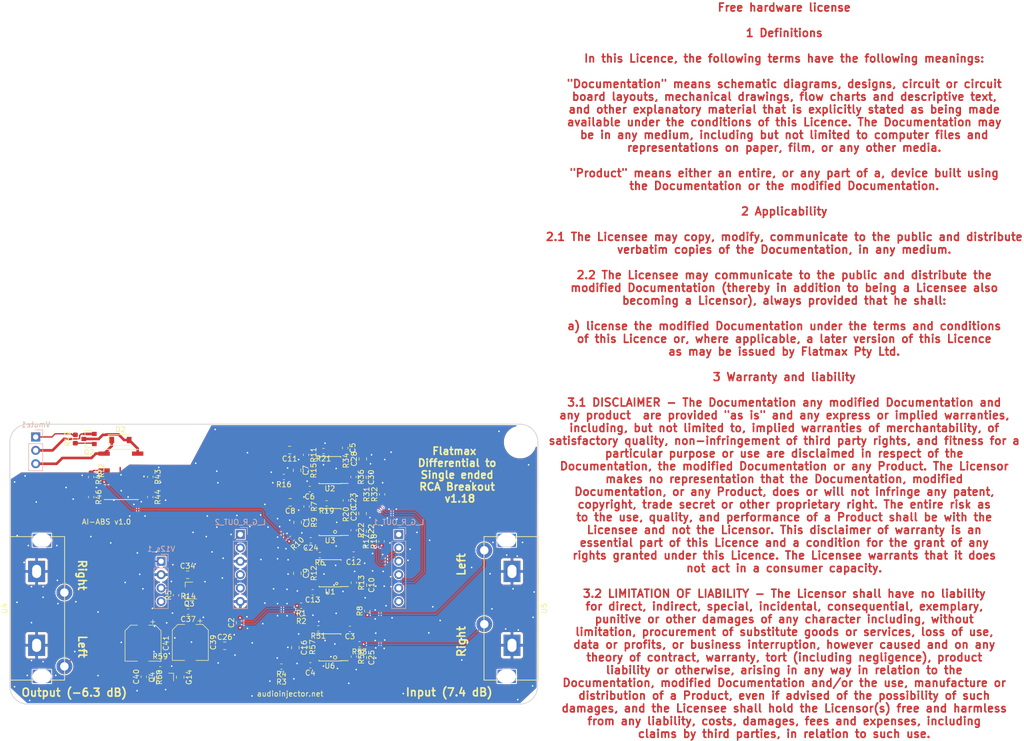
<source format=kicad_pcb>
(kicad_pcb (version 20211014) (generator pcbnew)
  (title_block (title "AIABS v1 single ended preamplifier") (company "Audio Injector"))
  (layers (0 "F.Cu" signal) (1 "In1.Cu" signal) (2 "In2.Cu" signal) (31 "B.Cu" signal) (34 "B.Paste" user) (35 "F.Paste" user) (36 "B.SilkS" user "B.Silkscreen") (37 "F.SilkS" user "F.Silkscreen") (38 "B.Mask" user) (39 "F.Mask" user) (44 "Edge.Cuts" user))
  (net 0 "")
  (net 1 "SGND")
  (net 2 "/OUTRo-")
  (net 3 "/OUTRo+")
  (net 4 "/OUTLo+")
  (net 5 "/OUTLo-")
  (net 6 "/RinB-")
  (net 7 "/RinB+")
  (net 8 "/LinB-")
  (net 9 "/LinB+")
  (net 10 "/LIN+")
  (net 11 "/RIN+")
  (net 12 "/OUTL+")
  (net 13 "/V12")
  (net 14 "/Vee")
  (net 15 "/Vcc")
  (net 16 "/V-12")
  (net 17 "V5")
  (net 18 "/OUTRe+")
  (net 19 "/OUTLe+")
  (net 20 "/PGND")
  (net 21 "MUTE")
  (net 22 "Net-(R43-Pad1)")
  (net 23 "Net-(R45-Pad1)")
  (net 24 "/Lif++")
  (net 25 "/Lif-+")
  (net 26 "/Rif++")
  (net 27 "/Rif-+")
  (net 28 "/Cl")
  (net 29 "/Bl")
  (net 30 "Net-(C37-Pad2)")
  (net 31 "Net-(C40-Pad2)")
  (net 32 "Net-(Q3-Pad1)")
  (net 33 "Net-(Q4-Pad1)")
  (net 34 "/LinB_P")
  (net 35 "/LinB_N")
  (net 36 "/RinB_P")
  (net 37 "/RinB_N")
  (net 38 "/OUTLoo+")
  (net 39 "/OUTLoo-")
  (net 40 "/OUTRoo+")
  (net 41 "/OUTRoo-")
  (net 42 "/OUTLop2")
  (net 43 "Net-(C1-Pad2)")
  (net 44 "Net-(C7-Pad2)")
  (net 45 "/OUTRop2")
  (net 46 "/OUTLp1")
  (net 47 "/OUTRp1")
  (net 48 "Net-(C8-Pad1)")
  (net 49 "Net-(C11-Pad1)")
  (net 50 "/OUTR+")
  (net 51 "/BMUTEC")
  (net 52 "/AMUTEC")
  (net 53 "/Vph")
  (footprint "Resistor_SMD:R_0603_1608Metric" (layer "F.Cu") (at 162.6 114.9 90)
    (fp_text reference "R32")
    (fp_text value "7k5 0.1%")
  )
  (footprint "Resistor_SMD:R_0603_1608Metric" (layer "F.Cu") (at 157.2 108.5 90)
    (fp_text reference "R34")
    (fp_text value "7k5 0.1%")
  )
  (footprint "Resistor_SMD:R_0603_1608Metric" (layer "F.Cu") (at 157.18 111.6125 -90)
    (fp_text reference "R36")
    (fp_text value "7k5 0.1%")
  )
  (footprint "Resistor_SMD:R_0603_1608Metric" (layer "F.Cu") (at 161.1 114.9 90)
    (fp_text reference "R31")
    (fp_text value "7k5 0.1%")
  )
  (footprint "HDF4:HDF4" (layer "F.Cu") (at 109.955 110.375001 -90)
    (fp_text reference "RL2")
    (fp_text value "HFD4")
  )
  (footprint "Resistor_SMD:R_0603_1608Metric" (layer "F.Cu") (at 118.7 111.5875 -90)
    (fp_text reference "R43")
    (fp_text value "10k")
  )
  (footprint "Resistor_SMD:R_0603_1608Metric" (layer "F.Cu") (at 118.7 115.4125 -90)
    (fp_text reference "R44")
    (fp_text value "10k")
  )
  (footprint "Resistor_SMD:R_0603_1608Metric" (layer "F.Cu") (at 107.5 111.6125 -90)
    (fp_text reference "R45")
    (fp_text value "10k")
  )
  (footprint "Resistor_SMD:R_0603_1608Metric" (layer "F.Cu") (at 107.5 115.4125 -90)
    (fp_text reference "R46")
    (fp_text value "10k")
  )
  (footprint "Package_TO_SOT_SMD:SOT-23" (layer "F.Cu") (at 107.1 104.4 180)
    (fp_text reference "Q2")
    (fp_text value "MMBT4401")
  )
  (footprint "Resistor_SMD:R_0603_1608Metric" (layer "F.Cu") (at 104.5 104.4125 90)
    (fp_text reference "R49")
    (fp_text value "1k")
  )
  (footprint "Diode_SMD:D_SOD-123" (layer "F.Cu") (at 113.05 104.6)
    (fp_text reference "D2")
    (fp_text value "1N5819")
  )
  (footprint "Resistor_SMD:R_0603_1608Metric" (layer "F.Cu") (at 161 123.8125 90)
    (fp_text reference "R17")
    (fp_text value "7k5 0.1%")
  )
  (footprint "Capacitor_SMD:C_0603_1608Metric" (layer "F.Cu") (at 156.5 140.4 180)
    (fp_text reference "C3")
    (fp_text value "100n")
  )
  (footprint "Capacitor_SMD:C_0603_1608Metric" (layer "F.Cu") (at 149 147.3 180)
    (fp_text reference "C4")
    (fp_text value "100n")
  )
  (footprint "Resistor_SMD:R_0603_1608Metric" (layer "F.Cu") (at 148 143.85 -90)
    (fp_text reference "R57")
    (fp_text value "3k57 0.1%")
  )
  (footprint "Resistor_SMD:R_0603_1608Metric" (layer "F.Cu") (at 157.25 145.65 -90)
    (fp_text reference "R58")
    (fp_text value "3k57 0.1%")
  )
  (footprint "Capacitor_SMD:C_0805_2012Metric" (layer "F.Cu") (at 124.375 149.55 -90)
    (fp_text reference "C14")
    (fp_text value "10u")
  )
  (footprint "Capacitor_SMD:C_0603_1608Metric" (layer "F.Cu") (at 125.875 137.125 180)
    (fp_text reference "C37")
    (fp_text value "100n")
  )
  (footprint "Capacitor_SMD:CP_Elec_6.3x7.7" (layer "F.Cu") (at 126.275 142.95 -90)
    (fp_text reference "C39")
    (fp_text value "47u")
  )
  (footprint "Capacitor_SMD:C_0603_1608Metric" (layer "F.Cu") (at 117.475 149.4625 90)
    (fp_text reference "C40")
    (fp_text value "100n")
  )
  (footprint "Capacitor_SMD:CP_Elec_6.3x7.7" (layer "F.Cu") (at 117.325 143.1 -90)
    (fp_text reference "C41")
    (fp_text value "47u")
  )
  (footprint "Resistor_SMD:R_0603_1608Metric" (layer "F.Cu") (at 125.875 135.625)
    (fp_text reference "R14")
    (fp_text value "100R")
  )
  (footprint "Resistor_SMD:R_0603_1608Metric" (layer "F.Cu") (at 120.575 147.05)
    (fp_text reference "R59")
    (fp_text value "2k2")
  )
  (footprint "Package_SO:SOIC-8_3.9x4.9mm_P1.27mm" (layer "F.Cu") (at 152.7 143.9 180)
    (fp_text reference "U6")
    (fp_text value "NJM4580E")
  )
  (footprint "Package_TO_SOT_SMD:SOT-23" (layer "F.Cu") (at 121.525 149.55 90)
    (fp_text reference "Q4")
    (fp_text value "MMBT4403")
  )
  (footprint "Package_TO_SOT_SMD:SOT-23" (layer "F.Cu") (at 126.075 133.125 180)
    (fp_text reference "Q3")
    (fp_text value "MMBT4401")
  )
  (footprint "Resistor_SMD:R_0603_1608Metric" (layer "F.Cu") (at 123.575 134.0125 90)
    (fp_text reference "R5")
    (fp_text value "2k2")
  )
  (footprint "Capacitor_SMD:C_0805_2012Metric" (layer "F.Cu") (at 125.775 130.125)
    (fp_text reference "C34")
    (fp_text value "10u")
  )
  (footprint "Resistor_SMD:R_0603_1608Metric" (layer "F.Cu") (at 118.975 149.55 -90)
    (fp_text reference "R60")
    (fp_text value "100R")
  )
  (footprint "Capacitor_SMD:C_0603_1608Metric" (layer "F.Cu") (at 149.45 133.45 180)
    (fp_text reference "C13")
    (fp_text value "100n")
  )
  (footprint "Resistor_SMD:R_0603_1608Metric" (layer "F.Cu") (at 148.25 129.8375 -90)
    (fp_text reference "R12")
    (fp_text value "3k57 0.1%")
  )
  (footprint "Resistor_SMD:R_0603_1608Metric" (layer "F.Cu") (at 159.8 137 90)
    (fp_text reference "R8")
    (fp_text value "3k 0.1%")
  )
  (footprint "Resistor_SMD:R_0603_1608Metric" (layer "F.Cu") (at 157.25 131.6375 -90)
    (fp_text reference "R13")
    (fp_text value "3k57 0.1%")
  )
  (footprint "Resistor_SMD:R_0603_1608Metric" (layer "F.Cu") (at 150.8 126.4 180)
    (fp_text reference "R6")
    (fp_text value "3k57 0.1%")
  )
  (footprint "Package_SO:SOIC-8_3.9x4.9mm_P1.27mm" (layer "F.Cu") (at 152.75 129.85 180)
    (fp_text reference "U1")
    (fp_text value "NJM4580E")
  )
  (footprint "Resistor_SMD:R_0603_1608Metric" (layer "F.Cu") (at 158.3125 143.3 180)
    (fp_text reference "R53")
    (fp_text value "3k 0.1%")
  )
  (footprint "Resistor_SMD:R_0603_1608Metric" (layer "F.Cu") (at 150.5125 140.3 180)
    (fp_text reference "R51")
    (fp_text value "3k57 0.1%")
  )
  (footprint "Capacitor_SMD:C_0603_1608Metric" (layer "F.Cu") (at 157.2 126.3 180)
    (fp_text reference "C12")
    (fp_text value "100n")
  )
  (footprint "Resistor_SMD:R_0603_1608Metric" (layer "F.Cu") (at 147.2875 136 180)
    (fp_text reference "R1")
    (fp_text value "91R")
  )
  (footprint "Resistor_SMD:R_0603_1608Metric" (layer "F.Cu") (at 147.3 137.5 180)
    (fp_text reference "R2")
    (fp_text value "91R")
  )
  (footprint "Resistor_SMD:R_0603_1608Metric" (layer "F.Cu") (at 143.55 149 180)
    (fp_text reference "R3")
    (fp_text value "91R")
  )
  (footprint "Resistor_SMD:R_0603_1608Metric" (layer "F.Cu") (at 143.534999 147.534999 180)
    (fp_text reference "R4")
    (fp_text value "91R")
  )
  (footprint "RPi:RPi_Hat_Mounting_Hole" (layer "F.Cu") (at 188.75 105)
    (fp_text reference "" hide)
    (fp_text value "" hide)
  )
  (footprint "Capacitor_SMD:C_0805_2012Metric" (layer "F.Cu") (at 158.95 108.175 90)
    (fp_text reference "C28")
    (fp_text value "ECHU1H221_220pF")
  )
  (footprint "Capacitor_SMD:C_0805_2012Metric" (layer "F.Cu") (at 158.88 111.6625 -90)
    (fp_text reference "C30")
    (fp_text value "ECHU1H221_220pF")
  )
  (footprint "Capacitor_SMD:C_0805_2012Metric" (layer "F.Cu") (at 146.55 129.8625 -90)
    (fp_text reference "C9")
    (fp_text value "ECHU1H471_470pF")
  )
  (footprint "Capacitor_SMD:C_0805_2012Metric" (layer "F.Cu") (at 158.95 132.0875 -90)
    (fp_text reference "C10")
    (fp_text value "ECHU1H471_470pF")
  )
  (footprint "Capacitor_SMD:C_0805_2012Metric" (layer "F.Cu") (at 146.175 143.9375 -90)
    (fp_text reference "C16")
    (fp_text value "ECHU1H471_470pF")
  )
  (footprint "Capacitor_SMD:C_0805_2012Metric" (layer "F.Cu") (at 158.95 145.8375 -90)
    (fp_text reference "C25")
    (fp_text value "ECHU1H471_470pF")
  )
  (footprint "AV2-8:AV2-8.4-10" (layer "F.Cu") (at 92.175 136.5 -90)
    (fp_text reference "U4")
    (fp_text value "AV2-8.4-10")
  )
  (footprint "AV2-8:AV2-8.4-10" (layer "F.Cu") (at 192.2 136.5 90)
    (fp_text reference "U5")
    (fp_text value "AV2-8.4-10")
  )
  (footprint "Capacitor_SMD:C_0805_2012Metric" (layer "F.Cu") (at 135.7 139.2375 90)
    (fp_text reference "C2")
    (fp_text value "ECHU1C822_8.2nF")
  )
  (footprint "Capacitor_SMD:C_0805_2012Metric" (layer "F.Cu") (at 132.8 143.6)
    (fp_text reference "C26")
    (fp_text value "ECHU1C822_8.2nF")
  )
  (footprint "Resistor_SMD:R_0603_1608Metric" (layer "F.Cu") (at 162.5 123.8125 90)
    (fp_text reference "R18")
    (fp_text value "7k5 0.1%")
  )
  (footprint "Capacitor_SMD:C_0805_2012Metric" (layer "F.Cu") (at 146.6 120.2 -90)
    (fp_text reference "C1")
    (fp_text value "ECHU1H221_220pF")
  )
  (footprint "Capacitor_SMD:C_0603_1608Metric" (layer "F.Cu") (at 155.6 106.1 -90)
    (fp_text reference "C5")
    (fp_text value "100n")
  )
  (footprint "Capacitor_SMD:C_0603_1608Metric" (layer "F.Cu") (at 148.8875 113.9 180)
    (fp_text reference "C6")
    (fp_text value "100n")
  )
  (footprint "Capacitor_SMD:C_0805_2012Metric" (layer "F.Cu") (at 146.5 110.3375 -90)
    (fp_text reference "C7")
    (fp_text value "ECHU1H221_220pF")
  )
  (footprint "Resistor_SMD:R_0603_1608Metric" (layer "F.Cu") (at 148.3 117.2 -90)
    (fp_text reference "R7")
    (fp_text value "7k5 0.1%")
  )
  (footprint "Resistor_SMD:R_0603_1608Metric" (layer "F.Cu") (at 148.3 120.2125 -90)
    (fp_text reference "R9")
    (fp_text value "7k5 0.1%")
  )
  (footprint "Resistor_SMD:R_0603_1608Metric" (layer "F.Cu") (at 145.556847 123.243153 -135)
    (fp_text reference "R10")
    (fp_text value "91R")
  )
  (footprint "Resistor_SMD:R_0603_1608Metric" (layer "F.Cu") (at 148.2 107.4125 -90)
    (fp_text reference "R11")
    (fp_text value "7k5 0.1%")
  )
  (footprint "Resistor_SMD:R_0603_1608Metric" (layer "F.Cu") (at 144 111.6 180)
    (fp_text reference "R16")
    (fp_text value "91R")
  )
  (footprint "Package_SO:SOIC-8_3.9x4.9mm_P1.27mm" (layer "F.Cu") (at 152.7 110.3 180)
    (fp_text reference "U2")
    (fp_text value "NJM4580E")
  )
  (footprint "Resistor_SMD:R_0603_1608Metric" (layer "F.Cu") (at 152.0875 116.6 180)
    (fp_text reference "R19")
    (fp_text value "7k5 0.1%")
  )
  (footprint "Resistor_SMD:R_0603_1608Metric" (layer "F.Cu") (at 151.5125 106.7 180)
    (fp_text reference "R21")
    (fp_text value "7k5 0.1%")
  )
  (footprint "Package_SO:SOIC-8_3.9x4.9mm_P1.27mm" (layer "F.Cu") (at 152.75 120.15 180)
    (fp_text reference "U3")
    (fp_text value "NJM4580E")
  )
  (footprint "Capacitor_SMD:C_0805_2012Metric" (layer "F.Cu") (at 158.9 121.9375 -90)
    (fp_text reference "C22")
    (fp_text value "ECHU1H221_220pF")
  )
  (footprint "Capacitor_SMD:C_0805_2012Metric" (layer "F.Cu") (at 158.9 118.5375 90)
    (fp_text reference "C20")
    (fp_text value "ECHU1H221_220pF")
  )
  (footprint "Resistor_SMD:R_0603_1608Metric" (layer "F.Cu") (at 157.2 118.6875 90)
    (fp_text reference "R20")
    (fp_text value "7k5 0.1%")
  )
  (footprint "Capacitor_SMD:C_0603_1608Metric" (layer "F.Cu") (at 149.087501 123.6 180)
    (fp_text reference "C24")
    (fp_text value "100n")
  )
  (footprint "Resistor_SMD:R_0603_1608Metric" (layer "F.Cu") (at 157.2 121.7 -90)
    (fp_text reference "R22")
    (fp_text value "7k5 0.1%")
  )
  (footprint "Capacitor_SMD:C_0603_1608Metric" (layer "F.Cu") (at 155.75 116.05 -90)
    (fp_text reference "C23")
    (fp_text value "100n")
  )
  (footprint "Resistor_SMD:R_0603_1608Metric" (layer "F.Cu") (at 148.2 110.3875 -90)
    (fp_text reference "R15")
    (fp_text value "7k5 0.1%")
  )
  (footprint "Capacitor_SMD:C_0805_2012Metric" (layer "F.Cu") (at 145.2 116.4 180)
    (fp_text reference "C8")
    (fp_text value "ECHU1H221_220pF")
  )
  (footprint "Capacitor_SMD:C_0805_2012Metric" (layer "F.Cu") (at 145.1 106.5 180)
    (fp_text reference "C11")
    (fp_text value "ECHU1H221_220pF")
  )
  (footprint "Connector_PinHeader_2.54mm:PinHeader_1x06_P2.54mm_Vertical" (layer "B.Cu") (at 165.75 122.5 180)
    (fp_text reference "L_G_R_OUT_1")
    (fp_text value "OUT")
  )
  (footprint "Connector_PinHeader_2.54mm:PinHeader_1x03_P2.54mm_Vertical" (layer "B.Cu") (at 97 104.02 180)
    (fp_text reference "Vmute1")
    (fp_text value "OUT")
  )
  (footprint "Connector_PinHeader_2.54mm:PinHeader_1x04_P2.54mm_Vertical" (layer "B.Cu") (at 120.75 127.58 180)
    (fp_text reference "V12s_1")
    (fp_text value "OUT")
  )
  (footprint "Connector_PinHeader_2.54mm:PinHeader_1x06_P2.54mm_Vertical" (layer "B.Cu") (at 135.75 122.5 180)
    (fp_text reference "L_G_R_OUT_2")
    (fp_text value "OUT")
  )
  (gr_circle (center 154 131.8) (end 153.8 131.7) (layer "F.SilkS") (width 0.15) (fill none))
  (gr_circle (center 153.7 122) (end 153.9 122.2) (layer "F.SilkS") (width 0.15) (fill none))
  (gr_circle (center 153.7 145.8) (end 153.4 145.7) (layer "F.SilkS") (width 0.15) (fill none))
  (gr_arc (start 95.5 154.65) (mid 93.095837 153.654163) (end 92.1 151.25) (layer "Edge.Cuts") (width 0.15))
  (gr_arc (start 92.1 105) (mid 93.095837 102.595837) (end 95.5 101.6) (layer "Edge.Cuts") (width 0.15))
  (gr_line (start 95.5 101.6) (end 188.7 101.6) (layer "Edge.Cuts") (width 0.15))
  (gr_arc (start 192.05 151.25) (mid 191.054163 153.654163) (end 188.65 154.65) (layer "Edge.Cuts") (width 0.15))
  (gr_line (start 92.1 151.25) (end 92.1 105) (layer "Edge.Cuts") (width 0.15))
  (gr_line (start 192.05 151.25) (end 192.1 105) (layer "Edge.Cuts") (width 0.15))
  (gr_line (start 188.65 154.65) (end 95.5 154.65) (layer "Edge.Cuts") (width 0.15))
  (gr_arc (start 188.7 101.6) (mid 191.104163 102.595837) (end 192.1 105) (layer "Edge.Cuts") (width 0.15))
  (gr_text "Free hardware license\n\n1 Definitions\n\nIn this Licence, the following terms have the following meanings:\n\n{dblquote}Documentation{dblquote} means schematic diagrams, designs, circuit or circuit\nboard layouts, mechanical drawings, flow charts and descriptive text,\nand other explanatory material that is explicitly stated as being made\navailable under the conditions of this Licence. The Documentation may\nbe in any medium, including but not limited to computer files and\nrepresentations on paper, film, or any other media.\n\n{dblquote}Product{dblquote} means either an entire, or any part of a, device built using\nthe Documentation or the modified Documentation.\n\n2 Applicability\n\n2.1 The Licensee may copy, modify, communicate to the public and distribute\nverbatim copies of the Documentation, in any medium.\n\n2.2 The Licensee may communicate to the public and distribute the\nmodified Documentation (thereby in addition to being a Licensee also\nbecoming a Licensor), always provided that he shall:\n\na) license the modified Documentation under the terms and conditions\nof this Licence or, where applicable, a later version of this Licence\nas may be issued by Flatmax Pty Ltd.\n\n3 Warranty and liability\n\n3.1 DISCLAIMER - The Documentation any modified Documentation and\nany product  are provided {dblquote}as is{dblquote} and any express or implied warranties,\nincluding, but not limited to, implied warranties of merchantability, of\nsatisfactory quality, non-infringement of third party rights, and fitness for a\nparticular purpose or use are disclaimed in respect of the\nDocumentation, the modified Documentation or any Product. The Licensor\nmakes no representation that the Documentation, modified\nDocumentation, or any Product, does or will not infringe any patent,\ncopyright, trade secret or other proprietary right. The entire risk as\nto the use, quality, and performance of a Product shall be with the\nLicensee and not the Licensor. This disclaimer of warranty is an\nessential part of this Licence and a condition for the grant of any\nrights granted under this Licence. The Licensee warrants that it does\nnot act in a consumer capacity.\n\n3.2 LIMITATION OF LIABILITY - The Licensor shall have no liability\nfor direct, indirect, special, incidental, consequential, exemplary,\npunitive or other damages of any character including, without\nlimitation, procurement of substitute goods or services, loss of use,\ndata or profits, or business interruption, however caused and on any\ntheory of contract, warranty, tort (including negligence), product\nliability or otherwise, arising in any way in relation to the\nDocumentation, modified Documentation and/or the use, manufacture or\ndistribution of a Product, even if advised of the possibility of such\ndamages, and the Licensee shall hold the Licensor(s) free and harmless\nfrom any liability, costs, damages, fees and expenses, including\nclaims by third parties, in relation to such use.\n" (at 238.76 91.44) (layer "F.Cu") (effects (font (size 1.5 1.5) (thickness 0.3))))
  (gr_text "Input (7.4 dB)" (at 175.3 152.4) (layer "F.SilkS") (effects (font (size 1.5 1.5) (thickness 0.3))))
  (gr_text "audioinjector.net" (at 145.2 152.7) (layer "F.SilkS") (effects (font (size 1 1))))
  (gr_text "Left" (at 105.85 143.75 270) (layer "F.SilkS") (effects (font (size 1.5 1.5) (thickness 0.3))))
  (gr_text "Right" (at 177.6 142.8 90) (layer "F.SilkS") (effects (font (size 1.5 1.5) (thickness 0.3))))
  (gr_text "Left" (at 177.6 128.2 90) (layer "F.SilkS") (effects (font (size 1.5 1.5) (thickness 0.3))))
  (gr_text "Flatmax \nDifferential to\nSingle ended\nRCA Breakout\n v1.18" (at 176.8 111.2) (layer "F.SilkS") (effects (font (size 1.4 1.4) (thickness 0.3))))
  (gr_text "Right" (at 105.8 130.2 270) (layer "F.SilkS") (effects (font (size 1.5 1.5) (thickness 0.3))))
  (gr_text "Output (-6.3 dB)" (at 104.3 152.45) (layer "F.SilkS") (effects (font (size 1.5 1.5) (thickness 0.3))))
  (gr_text "AI-ABS v1.0" (at 110.4 120.1) (layer "F.SilkS") (effects (font (size 1 1))))
  (segment (start 125.89999 134.00001) (end 125.89999 130.93751) (width 0.25) (layer "F.Cu") (net 1))
  (segment (start 144.75 143.9) (end 145.103553 143.9) (width 0.25) (layer "F.Cu") (net 1))
  (segment (start 123.46249 149.57499) (end 118.15001 149.57499) (width 0.25) (layer "F.Cu") (net 1))
  (segment (start 155.125 105.3125) (end 155.6 105.3125) (width 0.25) (layer "F.Cu") (net 1))
  (segment (start 158.475 107.7125) (end 158.95 107.2375) (width 0.25) (layer "F.Cu") (net 1))
  (segment (start 120.65 112.6) (end 119.949998 113.300002) (width 0.25) (layer "F.Cu") (net 1))
  (segment (start 154 116.5) (end 154 120.2) (width 0.25) (layer "F.Cu") (net 1))
  (segment (start 150.70001 139.49999) (end 156.86249 139.49999) (width 0.25) (layer "F.Cu") (net 1))
  (segment (start 150.53749 140.90751) (end 150.53749 139.66251) (width 0.25) (layer "F.Cu") (net 1))
  (segment (start 145.128563 143.87499) (end 148.481484 143.87499) (width 0.25) (layer "F.Cu") (net 1))
  (segment (start 154.6 115.9) (end 154 116.5) (width 0.25) (layer "F.Cu") (net 1))
  (segment (start 114.969999 113.300002) (end 113 111.330003) (width 0.25) (layer "F.Cu") (net 1))
  (segment (start 149.01251 148.10001) (end 150.84999 148.10001) (width 0.25) (layer "F.Cu") (net 1))
  (segment (start 154.349999 118.805001) (end 154.349999 116.187501) (width 0.25) (layer "F.Cu") (net 1))
  (segment (start 158.9 117.6) (end 157.5 117.6) (width 0.25) (layer "F.Cu") (net 1))
  (segment (start 152.2 133.5) (end 151.846447 133.5) (width 0.25) (layer "F.Cu") (net 1))
  (segment (start 157.2 118.155002) (end 156.485001 118.870001) (width 0.25) (layer "F.Cu") (net 1))
  (segment (start 147.65001 148.10001) (end 150.84999 148.10001) (width 0.25) (layer "F.Cu") (net 1))
  (segment (start 150 141.995) (end 150 141.445) (width 0.25) (layer "F.Cu") (net 1))
  (segment (start 119.4 144.7) (end 119.4 145.418506) (width 0.25) (layer "F.Cu") (net 1))
  (segment (start 152.968506 115.2625) (end 155.275 115.2625) (width 0.25) (layer "F.Cu") (net 1))
  (segment (start 124.375 150.4875) (end 123.46249 149.57499) (width 0.25) (layer "F.Cu") (net 1))
  (segment (start 152.06251 116.168496) (end 152.968506 115.2625) (width 0.25) (layer "F.Cu") (net 1))
  (segment (start 157.2 115.9) (end 154.6 115.9) (width 0.25) (layer "F.Cu") (net 1))
  (segment (start 145.103553 143.9) (end 145.128563 143.87499) (width 0.25) (layer "F.Cu") (net 1))
  (segment (start 151.53749 106.218516) (end 152.443506 105.3125) (width 0.25) (layer "F.Cu") (net 1))
  (segment (start 151.125002 129.8) (end 151.085001 129.840001) (width 0.25) (layer "F.Cu") (net 1))
  (segment (start 126.156263 130.681237) (end 126.7125 130.125) (width 0.25) (layer "F.Cu") (net 1))
  (segment (start 125.89999 134.00001) (end 125.89999 128.14999) (width 0.25) (layer "F.Cu") (net 1))
  (segment (start 152.06251 117.081484) (end 152.06251 116.168496) (width 0.25) (layer "F.Cu") (net 1))
  (segment (start 122.4 136.9) (end 122.9 137.4) (width 0.25) (layer "F.Cu") (net 1))
  (segment (start 157.9 115.2) (end 157.2 115.9) (width 0.25) (layer "F.Cu") (net 1))
  (segment (start 152.443506 105.3125) (end 155.125 105.3125) (width 0.25) (layer "F.Cu") (net 1))
  (segment (start 150.84999 148.10001) (end 151.250001 147.699999) (width 0.25) (layer "F.Cu") (net 1))
  (segment (start 157.2 117.9) (end 157.2 118.155002) (width 0.25) (layer "F.Cu") (net 1))
  (segment (start 157.2875 139.925) (end 157.2875 140.4) (width 0.25) (layer "F.Cu") (net 1))
  (segment (start 152.2 129.8) (end 151.125002 129.8) (width 0.25) (layer "F.Cu") (net 1))
  (segment (start 123.130996 134.00001) (end 122.4 134.731006) (width 0.25) (layer "F.Cu") (net 1))
  (segment (start 113 111.330003) (end 113 110.153553) (width 0.25) (layer "F.Cu") (net 1))
  (segment (start 151.085001 129.840001) (end 145.390001 129.840001) (width 0.25) (layer "F.Cu") (net 1))
  (segment (start 158.95 107.2375) (end 160.4375 107.2375) (width 0.25) (layer "F.Cu") (net 1))
  (segment (start 148.506494 143.9) (end 151.15 143.9) (width 0.25) (layer "F.Cu") (net 1))
  (segment (start 151.15 143.9) (end 152.9 145.65) (width 0.25) (layer "F.Cu") (net 1))
  (segment (start 122.4 134.731006) (end 122.4 136.9) (width 0.25) (layer "F.Cu") (net 1))
  (segment (start 125.82498 128.225) (end 122.975 128.225) (width 0.25) (layer "F.Cu") (net 1))
  (segment (start 151.096437 134.25001) (end 149.46251 134.25001) (width 0.25) (layer "F.Cu") (net 1))
  (segment (start 150.05 118.245) (end 150.898994 118.245) (width 0.25) (layer "F.Cu") (net 1))
  (segment (start 151.846447 133.5) (end 151.096437 134.25001) (width 0.25) (layer "F.Cu") (net 1))
  (segment (start 125.89999 134.00001) (end 123.130996 134.00001) (width 0.25) (layer "F.Cu") (net 1))
  (segment (start 125.89999 130.93751) (end 126.156263 130.681237) (width 0.25) (layer "F.Cu") (net 1))
  (segment (start 155.275 115.2625) (end 155.75 115.2625) (width 0.25) (layer "F.Cu") (net 1))
  (segment (start 151.53749 107.131504) (end 151.53749 106.218516) (width 0.25) (layer "F.Cu") (net 1))
  (segment (start 120.599999 148.250001) (end 120.35 148.5) (width 0.25) (layer "F.Cu") (net 1))
  (segment (start 157.2 107.7125) (end 158.475 107.7125) (width 0.25) (layer "F.Cu") (net 1))
  (segment (start 113 110.153553) (end 113 109.8) (width 0.25) (layer "F.Cu") (net 1))
  (segment (start 150.53749 139.66251) (end 150.70001 139.49999) (width 0.25) (layer "F.Cu") (net 1))
  (segment (start 151.168984 107.50001) (end 151.53749 107.131504) (width 0.25) (layer "F.Cu") (net 1))
  (segment (start 117.936612 149.788388) (end 117.475 150.25) (width 0.25) (layer "F.Cu") (net 1))
  (segment (start 160.4375 107.2375) (end 160.6 107.4) (width 0.25) (layer "F.Cu") (net 1))
  (segment (start 150 108.395) (end 150 107.845) (width 0.25) (layer "F.Cu") (net 1))
  (segment (start 119.949998 113.300002) (end 114.969999 113.300002) (width 0.25) (layer "F.Cu") (net 1))
  (segment (start 156.485001 118.870001) (end 154.414999 118.870001) (width 0.25) (layer "F.Cu") (net 1))
  (segment (start 154.349999 116.187501) (end 155.275 115.2625) (width 0.25) (layer "F.Cu") (net 1))
  (segment (start 149.46251 134.25001) (end 149.124112 133.911612) (width 0.25) (layer "F.Cu") (net 1))
  (segment (start 150.34499 107.50001) (end 151.168984 107.50001) (width 0.25) (layer "F.Cu") (net 1))
  (segment (start 147.15001 134.25001) (end 147.15001 133.80001) (width 0.25) (layer "F.Cu") (net 1))
  (segment (start 154.414999 118.870001) (end 154.349999 118.805001) (width 0.25) (layer "F.Cu") (net 1))
  (segment (start 146.5 146.95) (end 147.65001 148.10001) (width 0.25) (layer "F.Cu") (net 1))
  (segment (start 150.898994 118.245) (end 152.06251 117.081484) (width 0.25) (layer "F.Cu") (net 1))
  (segment (start 151.250001 147.699999) (end 151.5 147.45) (width 0.25) (layer "F.Cu") (net 1))
  (segment (start 151.096437 134.25001) (end 147.15001 134.25001) (width 0.25) (layer "F.Cu") (net 1))
  (segment (start 147.15001 133.80001) (end 146.55 133.2) (width 0.25) (layer "F.Cu") (net 1))
  (segment (start 160.3 119.3) (end 160.3 119) (width 0.25) (layer "F.Cu") (net 1))
  (segment (start 148.2125 147.3) (end 149.01251 148.10001) (width 0.25) (layer "F.Cu") (net 1))
  (segment (start 150 141.445) (end 150.53749 140.90751) (width 0.25) (layer "F.Cu") (net 1))
  (segment (start 156.86249 139.49999) (end 157.2875 139.925) (width 0.25) (layer "F.Cu") (net 1))
  (segment (start 157.5 117.6) (end 157.2 117.9) (width 0.25) (layer "F.Cu") (net 1))
  (segment (start 149.124112 133.911612) (end 148.6625 133.45) (width 0.25) (layer "F.Cu") (net 1))
  (segment (start 160.3 119) (end 158.9 117.6) (width 0.25) (layer "F.Cu") (net 1))
  (segment (start 119.4 145.418506) (end 120.599999 146.618505) (width 0.25) (layer "F.Cu") (net 1))
  (segment (start 148.481484 143.87499) (end 148.506494 143.9) (width 0.25) (layer "F.Cu") (net 1))
  (segment (start 125.89999 128.14999) (end 125.82498 128.225) (width 0.25) (layer "F.Cu") (net 1))
  (segment (start 118.15001 149.57499) (end 117.936612 149.788388) (width 0.25) (layer "F.Cu") (net 1))
  (segment (start 126.6625 137.125) (end 125.89999 136.36249) (width 0.25) (layer "F.Cu") (net 1))
  (segment (start 120.599999 146.618505) (end 120.599999 148.250001) (width 0.25) (layer "F.Cu") (net 1))
  (segment (start 125.89999 136.36249) (end 125.89999 134.00001) (width 0.25) (layer "F.Cu") (net 1))
  (segment (start 150 107.845) (end 150.34499 107.50001) (width 0.25) (layer "F.Cu") (net 1))
  (via (at 146.55 133.2) (size 0.5) (drill 0.3) (layers "F.Cu" "B.Cu") (net 1))
  (via (at 157.9 115.2) (size 0.5) (drill 0.3) (layers "F.Cu" "B.Cu") (net 1))
  (via (at 166.6 152.65) (size 0.5) (drill 0.3) (layers "F.Cu" "B.Cu") (net 1))
  (via (at 134 122.5) (size 0.5) (drill 0.3) (layers "F.Cu" "B.Cu") (net 1))
  (via (at 178.4 144.3) (size 0.5) (drill 0.3) (layers "F.Cu" "B.Cu") (net 1))
  (via (at 161.4 144) (size 0.5) (drill 0.3) (layers "F.Cu" "B.Cu") (net 1))
  (via (at 156.3 150.7) (size 0.5) (drill 0.3) (layers "F.Cu" "B.Cu") (net 1))
  (via (at 144.6 122.3) (size 0.5) (drill 0.3) (layers "F.Cu" "B.Cu") (net 1))
  (via (at 119.5 139.9) (size 0.5) (drill 0.3) (layers "F.Cu" "B.Cu") (net 1))
  (via (at 142.8 135.6) (size 0.5) (drill 0.3) (layers "F.Cu" "B.Cu") (net 1))
  (via (at 151.5 109.3) (size 0.5) (drill 0.3) (layers "F.Cu" "B.Cu") (net 1))
  (via (at 164.1 124.1) (size 0.5) (drill 0.3) (layers "F.Cu" "B.Cu") (net 1))
  (via (at 122.975 128.225) (size 0.5) (drill 0.3) (layers "F.Cu" "B.Cu") (net 1))
  (via (at 131.3 110.5) (size 0.5) (drill 0.3) (layers "F.Cu" "B.Cu") (net 1))
  (via (at 144.75 143.9) (size 0.5) (drill 0.3) (layers "F.Cu" "B.Cu") (net 1))
  (via (at 96.2 146.4) (size 0.5) (drill 0.3) (layers "F.Cu" "B.Cu") (net 1))
  (via (at 150.6 139) (size 0.5) (drill 0.3) (layers "F.Cu" "B.Cu") (net 1))
  (via (at 121.8 139.25) (size 0.5) (drill 0.3) (layers "F.Cu" "B.Cu") (net 1))
  (via (at 142.8 127.1) (size 0.5) (drill 0.3) (layers "F.Cu" "B.Cu") (net 1))
  (via (at 165.4 119.6) (size 0.5) (drill 0.3) (layers "F.Cu" "B.Cu") (net 1))
  (via (at 94.8 127.8) (size 0.5) (drill 0.3) (layers "F.Cu" "B.Cu") (net 1))
  (via (at 148.4 112.4) (size 0.5) (drill 0.3) (layers "F.Cu" "B.Cu") (net 1))
  (via (at 116.2 152.1) (size 0.5) (drill 0.3) (layers "F.Cu" "B.Cu") (net 1))
  (via (at 153.9 137.45) (size 0.5) (drill 0.3) (layers "F.Cu" "B.Cu") (net 1))
  (via (at 126.5 142.9) (size 0.5) (drill 0.3) (layers "F.Cu" "B.Cu") (net 1))
  (via (at 97.1 116.35) (size 0.5) (drill 0.3) (layers "F.Cu" "B.Cu") (net 1))
  (via (at 96.2 132.4) (size 0.5) (drill 0.3) (layers "F.Cu" "B.Cu") (net 1))
  (via (at 151.6 130) (size 0.5) (drill 0.3) (layers "F.Cu" "B.Cu") (net 1))
  (via (at 104.4 144.7) (size 0.5) (drill 0.3) (layers "F.Cu" "B.Cu") (net 1))
  (via (at 132.5 127) (size 0.5) (drill 0.3) (layers "F.Cu" "B.Cu") (net 1))
  (via (at 155.2 133.3) (size 0.5) (drill 0.3) (layers "F.Cu" "B.Cu") (net 1))
  (via (at 164.2 130.5) (size 0.5) (drill 0.3) (layers "F.Cu" "B.Cu") (net 1))
  (via (at 191.2 138.2) (size 0.5) (drill 0.3) (layers "F.Cu" "B.Cu") (net 1))
  (via (at 164.5 138.3) (size 0.5) (drill 0.3) (layers "F.Cu" "B.Cu") (net 1))
  (via (at 172.2 136.2) (size 0.5) (drill 0.3) (layers "F.Cu" "B.Cu") (net 1))
  (via (at 149.5 137.8) (size 0.5) (drill 0.3) (layers "F.Cu" "B.Cu") (net 1))
  (via (at 139.6 118.8) (size 0.5) (drill 0.3) (layers "F.Cu" "B.Cu") (net 1))
  (via (at 144.8 130) (size 0.5) (drill 0.3) (layers "F.Cu" "B.Cu") (net 1))
  (via (at 141.35 150.3) (size 0.5) (drill 0.3) (layers "F.Cu" "B.Cu") (net 1))
  (via (at 160.8 129.4) (size 0.5) (drill 0.3) (layers "F.Cu" "B.Cu") (net 1))
  (via (at 154 120.2) (size 0.5) (drill 0.3) (layers "F.Cu" "B.Cu") (net 1))
  (via (at 150.1 135.2) (size 0.5) (drill 0.3) (layers "F.Cu" "B.Cu") (net 1))
  (via (at 117.7 119) (size 0.5) (drill 0.3) (layers "F.Cu" "B.Cu") (net 1))
  (via (at 119.1 136.5) (size 0.5) (drill 0.3) (layers "F.Cu" "B.Cu") (net 1))
  (via (at 137.1 140.3) (size 0.5) (drill 0.3) (layers "F.Cu" "B.Cu") (net 1))
  (via (at 95.85 153.95) (size 0.5) (drill 0.3) (layers "F.Cu" "B.Cu") (net 1))
  (via (at 171.6 123.6) (size 0.5) (drill 0.3) (layers "F.Cu" "B.Cu") (net 1))
  (via (at 162.7 126.3) (size 0.5) (drill 0.3) (layers "F.Cu" "B.Cu") (net 1))
  (via (at 147.8 115.4) (size 0.5) (drill 0.3) (layers "F.Cu" "B.Cu") (net 1))
  (via (at 188.2 126.6) (size 0.5) (drill 0.3) (layers "F.Cu" "B.Cu") (net 1))
  (via (at 173.6 138.8) (size 0.5) (drill 0.3) (layers "F.Cu" "B.Cu") (net 1))
  (via (at 177.7 146.3) (size 0.5) (drill 0.3) (layers "F.Cu" "B.Cu") (net 1))
  (via (at 119.4 144.7) (size 0.5) (drill 0.3) (layers "F.Cu" "B.Cu") (net 1))
  (via (at 137.95 153.1) (size 0.5) (drill 0.3) (layers "F.Cu" "B.Cu") (net 1))
  (via (at 164.3 106.9) (size 0.5) (drill 0.3) (layers "F.Cu" "B.Cu") (net 1))
  (via (at 147.4 122.2) (size 0.5) (drill 0.3) (layers "F.Cu" "B.Cu") (net 1))
  (via (at 163 132.3) (size 0.5) (drill 0.3) (layers "F.Cu" "B.Cu") (net 1))
  (via (at 117 116.3) (size 0.5) (drill 0.3) (layers "F.Cu" "B.Cu") (net 1))
  (via (at 160.5 110.9) (size 0.5) (drill 0.3) (layers "F.Cu" "B.Cu") (net 1))
  (via (at 169.2 122.1) (size 0.5) (drill 0.3) (layers "F.Cu" "B.Cu") (net 1))
  (via (at 160.3 119.3) (size 0.5) (drill 0.3) (layers "F.Cu" "B.Cu") (net 1))
  (via (at 163.1 108.3) (size 0.5) (drill 0.3) (layers "F.Cu" "B.Cu") (net 1))
  (via (at 187.4 132.8) (size 0.5) (drill 0.3) (layers "F.Cu" "B.Cu") (net 1))
  (via (at 116.25 126) (size 0.5) (drill 0.3) (layers "F.Cu" "B.Cu") (net 1))
  (via (at 145.9 149.85) (size 0.5) (drill 0.3) (layers "F.Cu" "B.Cu") (net 1))
  (via (at 163.1 142.5) (size 0.5) (drill 0.3) (layers "F.Cu" "B.Cu") (net 1))
  (via (at 191.4 133.4) (size 0.5) (drill 0.3) (layers "F.Cu" "B.Cu") (net 1))
  (via (at 160.6 107.4) (size 0.5) (drill 0.3) (layers "F.Cu" "B.Cu") (net 1))
  (via (at 131.3 121.1) (size 0.5) (drill 0.3) (layers "F.Cu" "B.Cu") (net 1))
  (via (at 179.55 128.75) (size 0.5) (drill 0.3) (layers "F.Cu" "B.Cu") (net 1))
  (via (at 153.5 132.1) (size 0.5) (drill 0.3) (layers "F.Cu" "B.Cu") (net 1))
  (via (at 95 111.4) (size 0.5) (drill 0.3) (layers "F.Cu" "B.Cu") (net 1))
  (via (at 130.4 125.8) (size 0.5) (drill 0.3) (layers "F.Cu" "B.Cu") (net 1))
  (via (at 104.6 135.25) (size 0.5) (drill 0.3) (layers "F.Cu" "B.Cu") (net 1))
  (via (at 122.9 137.4) (size 0.5) (drill 0.3) (layers "F.Cu" "B.Cu") (net 1))
  (via (at 131.5 112.7) (size 0.5) (drill 0.3) (layers "F.Cu" "B.Cu") (net 1))
  (via (at 116.7 130.05) (size 0.5) (drill 0.3) (layers "F.Cu" "B.Cu") (net 1))
  (via (at 188.4 140.6) (size 0.5) (drill 0.3) (layers "F.Cu" "B.Cu") (net 1))
  (via (at 142.8 123) (size 0.5) (drill 0.3) (layers "F.Cu" "B.Cu") (net 1))
  (via (at 98.4 134.4) (size 0.5) (drill 0.3) (layers "F.Cu" "B.Cu") (net 1))
  (via (at 167.5 127.4) (size 0.5) (drill 0.3) (layers "F.Cu" "B.Cu") (net 1))
  (via (at 159.4 124.7) (size 0.5) (drill 0.3) (layers "F.Cu" "B.Cu") (net 1))
  (via (at 115.6 116.8) (size 0.5) (drill 0.3) (layers "F.Cu" "B.Cu") (net 1))
  (via (at 123.35 142.1) (size 0.5) (drill 0.3) (layers "F.Cu" "B.Cu") (net 1))
  (via (at 188.3 153.8) (size 0.5) (drill 0.3) (layers "F.Cu" "B.Cu") (net 1))
  (via (at 152.5 113.3) (size 0.5) (drill 0.3) (layers "F.Cu" "B.Cu") (net 1))
  (via (at 142.8 119.5) (size 0.5) (drill 0.3) (layers "F.Cu" "B.Cu") (net 1))
  (via (at 186 140.4) (size 0.5) (drill 0.3) (layers "F.Cu" "B.Cu") (net 1))
  (via (at 98.4 146.6) (size 0.5) (drill 0.3) (layers "F.Cu" "B.Cu") (net 1))
  (via (at 104.1 115.8) (size 0.5) (drill 0.3) (layers "F.Cu" "B.Cu") (net 1))
  (via (at 137.1 107) (size 0.5) (drill 0.3) (layers "F.Cu" "B.Cu") (net 1))
  (via (at 161.4 132.3) (size 0.5) (drill 0.3) (layers "F.Cu" "B.Cu") (net 1))
  (via (at 128.75 138.2) (size 0.5) (drill 0.3) (layers "F.Cu" "B.Cu") (net 1))
  (via (at 163.35 136) (size 0.5) (drill 0.3) (layers "F.Cu" "B.Cu") (net 1))
  (via (at 162.8 129.5) (size 0.5) (drill 0.3) (layers "F.Cu" "B.Cu") (net 1))
  (via (at 160.8 126.1) (size 0.5) (drill 0.3) (layers "F.Cu" "B.Cu") (net 1))
  (via (at 129.3 122.9) (size 0.5) (drill 0.3) (layers "F.Cu" "B.Cu") (net 1))
  (via (at 183.05 129.95) (size 0.5) (drill 0.3) (layers "F.Cu" "B.Cu") (net 1))
  (via (at 137 138.1) (size 0.5) (drill 0.3) (layers "F.Cu" "B.Cu") (net 1))
  (via (at 153.9 124.7) (size 0.5) (drill 0.3) (layers "F.Cu" "B.Cu") (net 1))
  (via (at 101 124.6) (size 0.5) (drill 0.3) (layers "F.Cu" "B.Cu") (net 1))
  (via (at 122.75 147.45) (size 0.5) (drill 0.3) (layers "F.Cu" "B.Cu") (net 1))
  (via (at 120.3 109.8) (size 0.5) (drill 0.3) (layers "F.Cu" "B.Cu") (net 1))
  (via (at 131 102.6) (size 0.5) (drill 0.3) (layers "F.Cu" "B.Cu") (net 1))
  (via (at 114.5 115.4) (size 0.5) (drill 0.3) (layers "F.Cu" "B.Cu") (net 1))
  (via (at 177.6 142.2) (size 0.5) (drill 0.3) (layers "F.Cu" "B.Cu") (net 1))
  (via (at 111.8 116) (size 0.5) (drill 0.3) (layers "F.Cu" "B.Cu") (net 1))
  (via (at 127.2 128.1) (size 0.5) (drill 0.3) (layers "F.Cu" "B.Cu") (net 1))
  (via (at 161.3 136.8) (size 0.5) (drill 0.3) (layers "F.Cu" "B.Cu") (net 1))
  (via (at 120.35 148.5) (size 0.5) (drill 0.3) (layers "F.Cu" "B.Cu") (net 1))
  (via (at 143.2 121) (size 0.5) (drill 0.3) (layers "F.Cu" "B.Cu") (net 1))
  (via (at 93.45 135.35) (size 0.5) (drill 0.3) (layers "F.Cu" "B.Cu") (net 1))
  (via (at 144.7 109.9) (size 0.5) (drill 0.3) (layers "F.Cu" "B.Cu") (net 1))
  (via (at 152.9 145.65) (size 0.5) (drill 0.3) (layers "F.Cu" "B.Cu") (net 1))
  (via (at 111.2 124.1) (size 0.5) (drill 0.3) (layers "F.Cu" "B.Cu") (net 1))
  (via (at 164.3 132.4) (size 0.5) (drill 0.3) (layers "F.Cu" "B.Cu") (net 1))
  (via (at 151.5 147.45) (size 0.5) (drill 0.3) (layers "F.Cu" "B.Cu") (net 1))
  (via (at 183.4 136.6) (size 0.5) (drill 0.3) (layers "F.Cu" "B.Cu") (net 1))
  (via (at 163.9 117.7) (size 0.5) (drill 0.3) (layers "F.Cu" "B.Cu") (net 1))
  (via (at 132.35 130.75) (size 0.5) (drill 0.3) (layers "F.Cu" "B.Cu") (net 1))
  (via (at 152.2 133.5) (size 0.5) (drill 0.3) (layers "F.Cu" "B.Cu") (net 1))
  (via (at 160.4 109.1) (size 0.5) (drill 0.3) (layers "F.Cu" "B.Cu") (net 1))
  (via (at 186.2 126.4) (size 0.5) (drill 0.3) (layers "F.Cu" "B.Cu") (net 1))
  (via (at 131.55 146.85) (size 0.5) (drill 0.3) (layers "F.Cu" "B.Cu") (net 1))
  (via (at 134.75 145.35) (size 0.5) (drill 0.3) (layers "F.Cu" "B.Cu") (net 1))
  (via (at 113.15 111.2) (size 0.5) (drill 0.3) (layers "F.Cu" "B.Cu") (net 1))
  (via (at 107.45 122.9) (size 0.5) (drill 0.3) (layers "F.Cu" "B.Cu") (net 1))
  (via (at 122.3 145.05) (size 0.5) (drill 0.3) (layers "F.Cu" "B.Cu") (net 1))
  (via (at 96.2 139.2) (size 0.5) (drill 0.3) (layers "F.Cu" "B.Cu") (net 1))
  (via (at 138 143.05) (size 0.5) (drill 0.3) (layers "F.Cu" "B.Cu") (net 1))
  (via (at 113.2 142.95) (size 0.5) (drill 0.3) (layers "F.Cu" "B.Cu") (net 1))
  (via (at 144.6 135.6) (size 0.5) (drill 0.3) (layers "F.Cu" "B.Cu") (net 1))
  (via (at 151.8 142.6) (size 0.5) (drill 0.3) (layers "F.Cu" "B.Cu") (net 1))
  (via (at 167.9 125.3) (size 0.5) (drill 0.3) (layers "F.Cu" "B.Cu") (net 1))
  (via (at 93 151.35) (size 0.5) (drill 0.3) (layers "F.Cu" "B.Cu") (net 1))
  (via (at 113.2 114.2) (size 0.5) (drill 0.3) (layers "F.Cu" "B.Cu") (net 1))
  (via (at 142.8 137.9) (size 0.5) (drill 0.3) (layers "F.Cu" "B.Cu") (net 1))
  (via (at 165.3 117.7) (size 0.5) (drill 0.3) (layers "F.Cu" "B.Cu") (net 1))
  (via (at 141 121.1) (size 0.5) (drill 0.3) (layers "F.Cu" "B.Cu") (net 1))
  (via (at 101.2 135.6) (size 0.5) (drill 0.3) (layers "F.Cu" "B.Cu") (net 1))
  (via (at 140 139.4) (size 0.5) (drill 0.3) (layers "F.Cu" "B.Cu") (net 1))
  (via (at 121.6 116) (size 0.5) (drill 0.3) (layers "F.Cu" "B.Cu") (net 1))
  (via (at 144.6 137.9) (size 0.5) (drill 0.3) (layers "F.Cu" "B.Cu") (net 1))
  (via (at 139.65 127.25) (size 0.5) (drill 0.3) (layers "F.Cu" "B.Cu") (net 1))
  (via (at 184.75 102.95) (size 0.5) (drill 0.3) (layers "F.Cu" "B.Cu") (net 1))
  (via (at 145.1 119.8) (size 0.5) (drill 0.3) (layers "F.Cu" "B.Cu") (net 1))
  (via (at 93 112.55) (size 0.5) (drill 0.3) (layers "F.Cu" "B.Cu") (net 1))
  (via (at 146.8 108.3) (size 0.5) (drill 0.3) (layers "F.Cu" "B.Cu") (net 1))
  (via (at 153.9 110) (size 0.5) (drill 0.3) (layers "F.Cu" "B.Cu") (net 1))
  (via (at 108.5 113.6) (size 0.5) (drill 0.3) (layers "F.Cu" "B.Cu") (net 1))
  (via (at 161.4 145.9) (size 0.5) (drill 0.3) (layers "F.Cu" "B.Cu") (net 1))
  (via (at 122.7 131.4) (size 0.5) (drill 0.3) (layers "F.Cu" "B.Cu") (net 1))
  (via (at 161.4 141.2) (size 0.5) (drill 0.3) (layers "F.Cu" "B.Cu") (net 1))
  (via (at 142.9 125) (size 0.5) (drill 0.3) (layers "F.Cu" "B.Cu") (net 1))
  (via (at 183.6 124) (size 0.5) (drill 0.3) (layers "F.Cu" "B.Cu") (net 1))
  (via (at 153.8 128.35) (size 0.5) (drill 0.3) (layers "F.Cu" "B.Cu") (net 1))
  (via (at 148.2 125.1) (size 0.5) (drill 0.3) (layers "F.Cu" "B.Cu") (net 1))
  (via (at 151.8 128.3) (size 0.5) (drill 0.3) (layers "F.Cu" "B.Cu") (net 1))
  (via (at 101.1 131.2) (size 0.5) (drill 0.3) (layers "F.Cu" "B.Cu") (net 1))
  (via (at 98.4 132.4) (size 0.5) (drill 0.3) (layers "F.Cu" "B.Cu") (net 1))
  (via (at 108.8 149.25) (size 0.5) (drill 0.3) (layers "F.Cu" "B.Cu") (net 1))
  (via (at 117.5 111.5) (size 0.5) (drill 0.3) (layers "F.Cu" "B.Cu") (net 1))
  (via (at 162.7 112.7) (size 0.5) (drill 0.3) (layers "F.Cu" "B.Cu") (net 1))
  (via (at 140.4 135.5) (size 0.5) (drill 0.3) (layers "F.Cu" "B.Cu") (net 1))
  (via (at 191.1 151.2) (size 0.5) (drill 0.3) (layers "F.Cu" "B.Cu") (net 1))
  (via (at 157.7 148.1) (size 0.5) (drill 0.3) (layers "F.Cu" "B.Cu") (net 1))
  (via (at 190.35 109.3) (size 0.5) (drill 0.3) (layers "F.Cu" "B.Cu") (net 1))
  (via (at 152.1 118) (size 0.5) (drill 0.3) (layers "F.Cu" "B.Cu") (net 1))
  (via (at 163.6 119.4) (size 0.5) (drill 0.3) (layers "F.Cu" "B.Cu") (net 1))
  (via (at 159.3 127.95) (size 0.5) (drill 0.3) (layers "F.Cu" "B.Cu") (net 1))
  (via (at 163 144.1) (size 0.5) (drill 0.3) (layers "F.Cu" "B.Cu") (net 1))
  (via (at 146.5 146.95) (size 0.5) (drill 0.3) (layers "F.Cu" "B.Cu") (net 1))
  (via (at 159.4 134.5) (size 0.5) (drill 0.3) (layers "F.Cu" "B.Cu") (net 1))
  (via (at 127.3 109) (size 0.5) (drill 0.3) (layers "F.Cu" "B.Cu") (net 1))
  (via (at 160.3 121.5) (size 0.5) (drill 0.3) (layers "F.Cu" "B.Cu") (net 1))
  (via (at 117.3 132.8) (size 0.5) (drill 0.3) (layers "F.Cu" "B.Cu") (net 1))
  (via (at 141.6 110.7) (size 0.5) (drill 0.3) (layers "F.Cu" "B.Cu") (net 1))
  (via (at 119.85 125.8) (size 0.5) (drill 0.3) (layers "F.Cu" "B.Cu") (net 1))
  (via (at 100.8 149.2) (size 0.5) (drill 0.3) (layers "F.Cu" "B.Cu") (net 1))
  (via (at 144.8 127.3) (size 0.5) (drill 0.3) (layers "F.Cu" "B.Cu") (net 1))
  (via (at 157.4 129.5) (size 0.5) (drill 0.3) (layers "F.Cu" "B.Cu") (net 1))
  (via (at 108.7 111.4) (size 0.5) (drill 0.3) (layers "F.Cu" "B.Cu") (net 1))
  (via (at 144.4 125.2) (size 0.5) (drill 0.3) (layers "F.Cu" "B.Cu") (net 1))
  (via (at 142.75 145.9) (size 0.5) (drill 0.3) (layers "F.Cu" "B.Cu") (net 1))
  (via (at 135.1 118.9) (size 0.5) (drill 0.3) (layers "F.Cu" "B.Cu") (net 1))
  (via (at 105.8 111.3) (size 0.5) (drill 0.3) (layers "F.Cu" "B.Cu") (net 1))
  (via (at 126.8 122.1) (size 0.5) (drill 0.3) (layers "F.Cu" "B.Cu") (net 1))
  (via (at 95.6 124.6) (size 0.5) (drill 0.3) (layers "F.Cu" "B.Cu") (net 1))
  (via (at 144.6 132.9) (size 0.5) (drill 0.3) (layers "F.Cu" "B.Cu") (net 1))
  (via (at 153.65 143.25) (size 0.5) (drill 0.3) (layers "F.Cu" "B.Cu") (net 1))
  (via (at 121.6 151.9) (size 0.5) (drill 0.3) (layers "F.Cu" "B.Cu") (net 1))
  (via (at 161.3 138.5) (size 0.5) (drill 0.3) (layers "F.Cu" "B.Cu") (net 1))
  (via (at 129.5 119) (size 0.5) (drill 0.3) (layers "F.Cu" "B.Cu") (net 1))
  (via (at 146.8 117.9) (size 0.5) (drill 0.3) (layers "F.Cu" "B.Cu") (net 1))
  (via (at 126.2 150.25) (size 0.5) (drill 0.3) (layers "F.Cu" "B.Cu") (net 1))
  (via (at 146.8 141.35) (size 0.5) (drill 0.3) (layers "F.Cu" "B.Cu") (net 1))
  (via (at 102.75 113.6) (size 0.5) (drill 0.3) (layers "F.Cu" "B.Cu") (net 1))
  (via (at 179.35 112.4) (size 0.5) (drill 0.3) (layers "F.Cu" "B.Cu") (net 1))
  (via (at 125.8 134.4) (size 0.5) (drill 0.3) (layers "F.Cu" "B.Cu") (net 1))
  (via (at 154.15 147.9) (size 0.5) (drill 0.3) (layers "F.Cu" "B.Cu") (net 1))
  (via (at 113.95 131.6) (size 0.5) (drill 0.3) (layers "F.Cu" "B.Cu") (net 1))
  (via (at 140.4 116.8) (size 0.5) (drill 0.3) (layers "F.Cu" "B.Cu") (net 1))
  (via (at 93.5 122.7) (size 0.5) (drill 0.3) (layers "F.Cu" "B.Cu") (net 1))
  (via (at 171.45 141.15) (size 0.5) (drill 0.3) (layers "F.Cu" "B.Cu") (net 1))
  (via (at 120.65 112.6) (size 0.5) (drill 0.3) (layers "F.Cu" "B.Cu") (net 1))
  (via (at 162.6 120.8) (size 0.5) (drill 0.3) (layers "F.Cu" "B.Cu") (net 1))
  (via (at 108.8 137.2) (size 0.5) (drill 0.3) (layers "F.Cu" "B.Cu") (net 1))
  (via (at 114.8 119) (size 0.5) (drill 0.3) (layers "F.Cu" "B.Cu") (net 1))
  (via (at 134.6 141.5) (size 0.5) (drill 0.3) (layers "F.Cu" "B.Cu") (net 1))
  (via (at 161.3 142.6) (size 0.5) (drill 0.3) (layers "F.Cu" "B.Cu") (net 1))
  (via (at 137.55 121) (size 0.5) (drill 0.3) (layers "F.Cu" "B.Cu") (net 1))
  (via (at 95.4 149.2) (size 0.5) (drill 0.3) (layers "F.Cu" "B.Cu") (net 1))
  (via (at 141.9 112.7) (size 0.5) (drill 0.3) (layers "F.Cu" "B.Cu") (net 1))
  (via (at 142.05 132.8) (size 0.5) (drill 0.3) (layers "F.Cu" "B.Cu") (net 1))
  (via (at 129.05 131.45) (size 0.5) (drill 0.3) (layers "F.Cu" "B.Cu") (net 1))
  (via (at 189.2 124) (size 0.5) (drill 0.3) (layers "F.Cu" "B.Cu") (net 1))
  (via (at 151.8 105.2) (size 0.5) (drill 0.3) (layers "F.Cu" "B.Cu") (net 1))
  (via (at 105.3 132.05) (size 0.5) (drill 0.3) (layers "F.Cu" "B.Cu") (net 1))
  (via (at 162.5 124.6) (size 0.5) (drill 0.3) (layers "F.Cu" "B.Cu") (net 2))
  (segment (start 164.705 126.085) (end 164.3968 126.085) (width 0.2) (layer "B.Cu") (net 2))
  (segment (start 161.975 125.125) (end 162.5 124.6) (width 0.2) (layer "B.Cu") (net 2))
  (segment (start 161.975 127.4568) (end 161.975 125.125) (width 0.2) (layer "B.Cu") (net 2))
  (segment (start 164.3968 126.085) (end 162.6068 127.875) (width 0.2) (layer "B.Cu") (net 2))
  (segment (start 165.75 125.04) (end 164.705 126.085) (width 0.2) (layer "B.Cu") (net 2))
  (segment (start 162.6068 127.875) (end 162.3932 127.875) (width 0.2) (layer "B.Cu") (net 2))
  (segment (start 162.3932 127.875) (end 161.975 127.4568) (width 0.2) (layer "B.Cu") (net 2))
  (via (at 161 124.6) (size 0.5) (drill 0.3) (layers "F.Cu" "B.Cu") (net 3))
  (segment (start 161.525 127.6432) (end 161.525 125.125) (width 0.2) (layer "B.Cu") (net 3))
  (segment (start 161.525 125.125) (end 161 124.6) (width 0.2) (layer "B.Cu") (net 3))
  (segment (start 165.75 127.58) (end 164.705 126.535) (width 0.2) (layer "B.Cu") (net 3))
  (segment (start 162.7932 128.325) (end 162.2068 128.325) (width 0.2) (layer "B.Cu") (net 3))
  (segment (start 164.705 126.535) (end 164.5832 126.535) (width 0.2) (layer "B.Cu") (net 3))
  (segment (start 164.5832 126.535) (end 162.7932 128.325) (width 0.2) (layer "B.Cu") (net 3))
  (segment (start 162.2068 128.325) (end 161.525 127.6432) (width 0.2) (layer "B.Cu") (net 3))
  (segment (start 162.134834 117.753033) (end 161.625 117.243199) (width 0.2) (layer "F.Cu") (net 4))
  (segment (start 162.134834 117.965166) (end 162.134834 117.753033) (width 0.2) (layer "F.Cu") (net 4))
  (segment (start 161.625 117.243199) (end 161.625 116.2125) (width 0.2) (layer "F.Cu") (net 4))
  (segment (start 161.625 116.2125) (end 161.1 115.6875) (width 0.2) (layer "F.Cu") (net 4))
  (via (at 162.134834 117.965166) (size 0.5) (drill 0.3) (layers "F.Cu" "B.Cu") (net 4))
  (segment (start 168.6068 118.725) (end 163.106801 118.725) (width 0.2) (layer "B.Cu") (net 4))
  (segment (start 165.75 130.12) (end 166.795 131.165) (width 0.2) (layer "B.Cu") (net 4))
  (segment (start 170.175 129.5068) (end 170.175 120.2932) (width 0.2) (layer "B.Cu") (net 4))
  (segment (start 170.175 120.2932) (end 168.6068 118.725) (width 0.2) (layer "B.Cu") (net 4))
  (segment (start 162.346967 117.965166) (end 162.134834 117.965166) (width 0.2) (layer "B.Cu") (net 4))
  (segment (start 166.795 131.165) (end 168.5168 131.165) (width 0.2) (layer "B.Cu") (net 4))
  (segment (start 163.106801 118.725) (end 162.346967 117.965166) (width 0.2) (layer "B.Cu") (net 4))
  (segment (start 168.5168 131.165) (end 170.175 129.5068) (width 0.2) (layer "B.Cu") (net 4))
  (segment (start 162.075 116.2125) (end 162.6 115.6875) (width 0.2) (layer "F.Cu") (net 5))
  (segment (start 162.075 117.056801) (end 162.075 116.2125) (width 0.2) (layer "F.Cu") (net 5))
  (segment (start 162.665166 117.434834) (end 162.453033 117.434834) (width 0.2) (layer "F.Cu") (net 5))
  (segment (start 162.453033 117.434834) (end 162.075 117.056801) (width 0.2) (layer "F.Cu") (net 5))
  (via (at 162.665166 117.434834) (size 0.5) (drill 0.3) (layers "F.Cu" "B.Cu") (net 5))
  (segment (start 165.75 132.66) (end 166.795 131.615) (width 0.2) (layer "B.Cu") (net 5))
  (segment (start 170.625 129.6932) (end 170.625 120.1068) (width 0.2) (layer "B.Cu") (net 5))
  (segment (start 162.665166 117.646967) (end 162.665166 117.434834) (width 0.2) (layer "B.Cu") (net 5))
  (segment (start 168.7032 131.615) (end 170.625 129.6932) (width 0.2) (layer "B.Cu") (net 5))
  (segment (start 166.795 131.615) (end 168.7032 131.615) (width 0.2) (layer "B.Cu") (net 5))
  (segment (start 170.625 120.1068) (end 168.7932 118.275) (width 0.2) (layer "B.Cu") (net 5))
  (segment (start 163.293199 118.275) (end 162.665166 117.646967) (width 0.2) (layer "B.Cu") (net 5))
  (segment (start 168.7932 118.275) (end 163.293199 118.275) (width 0.2) (layer "B.Cu") (net 5))
  (segment (start 133.8368 123.545) (end 130.875 126.5068) (width 0.2) (layer "F.Cu") (net 6))
  (segment (start 132.575 146.1932) (end 132.575 144.3125) (width 0.2) (layer "F.Cu") (net 6))
  (segment (start 130.875 126.5068) (end 130.875 140.2932) (width 0.2) (layer "F.Cu") (net 6))
  (segment (start 132.575 144.3125) (end 131.8625 143.6) (width 0.2) (layer "F.Cu") (net 6))
  (segment (start 142.247499 148.484999) (end 134.866799 148.484999) (width 0.2) (layer "F.Cu") (net 6))
  (segment (start 132.575 142.8875) (end 131.8625 143.6) (width 0.2) (layer "F.Cu") (net 6))
  (segment (start 134.705 123.545) (end 133.8368 123.545) (width 0.2) (layer "F.Cu") (net 6))
  (segment (start 132.575 141.9932) (end 132.575 142.8875) (width 0.2) (layer "F.Cu") (net 6))
  (segment (start 130.875 140.2932) (end 132.575 141.9932) (width 0.2) (layer "F.Cu") (net 6))
  (segment (start 142.7625 149) (end 142.247499 148.484999) (width 0.2) (layer "F.Cu") (net 6))
  (segment (start 134.866799 148.484999) (end 132.575 146.1932) (width 0.2) (layer "F.Cu") (net 6))
  (segment (start 135.75 122.5) (end 134.705 123.545) (width 0.2) (layer "F.Cu") (net 6))
  (segment (start 131.325 126.6932) (end 131.325 140.1068) (width 0.2) (layer "F.Cu") (net 7))
  (segment (start 134.705 123.995) (end 134.0232 123.995) (width 0.2) (layer "F.Cu") (net 7))
  (segment (start 133.025 146.0068) (end 133.025 144.3125) (width 0.2) (layer "F.Cu") (net 7))
  (segment (start 135.75 125.04) (end 134.705 123.995) (width 0.2) (layer "F.Cu") (net 7))
  (segment (start 133.025 142.8875) (end 133.7375 143.6) (width 0.2) (layer "F.Cu") (net 7))
  (segment (start 142.247499 148.034999) (end 135.053199 148.034999) (width 0.2) (layer "F.Cu") (net 7))
  (segment (start 133.025 144.3125) (end 133.7375 143.6) (width 0.2) (layer "F.Cu") (net 7))
  (segment (start 142.747499 147.534999) (end 142.247499 148.034999) (width 0.2) (layer "F.Cu") (net 7))
  (segment (start 131.325 140.1068) (end 133.025 141.8068) (width 0.2) (layer "F.Cu") (net 7))
  (segment (start 135.053199 148.034999) (end 133.025 146.0068) (width 0.2) (layer "F.Cu") (net 7))
  (segment (start 134.0232 123.995) (end 131.325 126.6932) (width 0.2) (layer "F.Cu") (net 7))
  (segment (start 133.025 141.8068) (end 133.025 142.8875) (width 0.2) (layer "F.Cu") (net 7))
  (segment (start 134.9875 139.4625) (end 135.7 140.175) (width 0.2) (layer "F.Cu") (net 8))
  (segment (start 133.075 132.2068) (end 133.075 138.7932) (width 0.2) (layer "F.Cu") (net 8))
  (segment (start 134.1168 131.165) (end 133.075 132.2068) (width 0.2) (layer "F.Cu") (net 8))
  (segment (start 134.705 131.165) (end 134.1168 131.165) (width 0.2) (layer "F.Cu") (net 8))
  (segment (start 133.075 138.7932) (end 133.7443 139.4625) (width 0.2) (layer "F.Cu") (net 8))
  (segment (start 135.75 130.12) (end 134.705 131.165) (width 0.2) (layer "F.Cu") (net 8))
  (segment (start 133.7443 139.4625) (end 134.9875 139.4625) (width 0.2) (layer "F.Cu") (net 8))
  (via (at 146.5125 137.5) (size 0.5) (drill 0.3) (layers "F.Cu" "B.Cu") (net 8))
  (via (at 135.7 140.175) (size 0.5) (drill 0.3) (layers "F.Cu" "B.Cu") (net 8))
  (segment (start 138.4557 139.4625) (end 140.94945 136.96875) (width 0.2) (layer "B.Cu") (net 8))
  (segment (start 140.94945 136.96875) (end 145.98125 136.96875) (width 0.2) (layer "B.Cu") (net 8))
  (segment (start 136.4125 139.4625) (end 138.4557 139.4625) (width 0.2) (layer "B.Cu") (net 8))
  (segment (start 136.4125 139.4625) (end 135.7 140.175) (width 0.2) (layer "B.Cu") (net 8))
  (segment (start 145.98125 136.96875) (end 146.5125 137.5) (width 0.2) (layer "B.Cu") (net 8))
  (segment (start 134.705 131.615) (end 134.3032 131.615) (width 0.2) (layer "F.Cu") (net 9))
  (segment (start 134.3032 131.615) (end 133.525 132.3932) (width 0.2) (layer "F.Cu") (net 9))
  (segment (start 133.9307 139.0125) (end 134.9875 139.0125) (width 0.2) (layer "F.Cu") (net 9))
  (segment (start 134.9875 139.0125) (end 135.7 138.3) (width 0.2) (layer "F.Cu") (net 9))
  (segment (start 133.525 132.3932) (end 133.525 138.6068) (width 0.2) (layer "F.Cu") (net 9))
  (segment (start 133.525 138.6068) (end 133.9307 139.0125) (width 0.2) (layer "F.Cu") (net 9))
  (segment (start 135.75 132.66) (end 134.705 131.615) (width 0.2) (layer "F.Cu") (net 9))
  (via (at 146.5 136) (size 0.5) (drill 0.3) (layers "F.Cu" "B.Cu") (net 9))
  (via (at 135.7 138.3) (size 0.5) (drill 0.3) (layers "F.Cu" "B.Cu") (net 9))
  (segment (start 136.4125 139.0125) (end 138.2693 139.0125) (width 0.2) (layer "B.Cu") (net 9))
  (segment (start 140.76305 136.51875) (end 145.98125 136.51875) (width 0.2) (layer "B.Cu") (net 9))
  (segment (start 136.4125 139.0125) (end 135.7 138.3) (width 0.2) (layer "B.Cu") (net 9))
  (segment (start 145.98125 136.51875) (end 146.5 136) (width 0.2) (layer "B.Cu") (net 9))
  (segment (start 138.2693 139.0125) (end 140.76305 136.51875) (width 0.2) (layer "B.Cu") (net 9))
  (via (at 159.8 137.7875) (size 0.5) (drill 0.3) (layers "F.Cu" "B.Cu") (net 10))
  (segment (start 159.9875 137.6) (end 159.8 137.7875) (width 0.25) (layer "B.Cu") (net 10))
  (segment (start 181.95 125.5) (end 181.95 128.45) (width 0.25) (layer "B.Cu") (net 10))
  (segment (start 172.8 137.6) (end 159.9875 137.6) (width 0.25) (layer "B.Cu") (net 10))
  (segment (start 181.95 128.45) (end 172.8 137.6) (width 0.25) (layer "B.Cu") (net 10))
  (via (at 159.1 143.3) (size 0.5) (drill 0.3) (layers "F.Cu" "B.Cu") (net 11))
  (segment (start 178.1 143.3) (end 178.9 142.5) (width 0.25) (layer "B.Cu") (net 11))
  (segment (start 178.9 142.5) (end 181.95 139.5) (width 0.25) (layer "B.Cu") (net 11))
  (segment (start 159.1 143.3) (end 178.1 143.3) (width 0.25) (layer "B.Cu") (net 11))
  (segment (start 118.499999 112.575001) (end 118.7 112.375) (width 0.25) (layer "F.Cu") (net 12))
  (segment (start 116.305 112.575001) (end 118.499999 112.575001) (width 0.25) (layer "F.Cu") (net 12))
  (segment (start 119.95 111.6) (end 123.5 111.6) (width 0.25) (layer "F.Cu") (net 12))
  (segment (start 143.2125 111.6) (end 123.5 111.6) (width 0.25) (layer "F.Cu") (net 12))
  (segment (start 119.175 112.375) (end 119.95 111.6) (width 0.25) (layer "F.Cu") (net 12))
  (segment (start 118.7 112.375) (end 119.175 112.375) (width 0.25) (layer "F.Cu") (net 12))
  (segment (start 120.75 132.66) (end 123.01 132.66) (width 0.25) (layer "F.Cu") (net 13))
  (segment (start 125.075 130.3625) (end 124.8375 130.125) (width 0.25) (layer "F.Cu") (net 13))
  (segment (start 123.01 132.66) (end 123.575 133.225) (width 0.25) (layer "F.Cu") (net 13))
  (segment (start 123.575 133.225) (end 124.975 133.225) (width 0.25) (layer "F.Cu") (net 13))
  (segment (start 125.075 133.125) (end 125.075 130.3625) (width 0.25) (layer "F.Cu") (net 13))
  (segment (start 124.975 133.225) (end 125.075 133.125) (width 0.25) (layer "F.Cu") (net 13))
  (segment (start 155.45 118.245) (end 155.45 117.1375) (width 0.25) (layer "F.Cu") (net 14))
  (segment (start 155.45 117.1375) (end 155.75 116.8375) (width 0.25) (layer "F.Cu") (net 14))
  (segment (start 162.276777 106.423223) (end 157.7 106.4) (width 0.25) (layer "F.Cu") (net 14))
  (segment (start 161.595 141.995) (end 155.4 141.995) (width 0.25) (layer "F.Cu") (net 14))
  (segment (start 122.475 150.55) (end 122.475 151.25) (width 0.25) (layer "F.Cu") (net 14))
  (segment (start 155.4 140.7125) (end 155.7125 140.4) (width 0.25) (layer "F.Cu") (net 14))
  (segment (start 155.6 106.8875) (end 156.075 106.8875) (width 0.25) (layer "F.Cu") (net 14))
  (segment (start 155.4 141.995) (end 155.4 140.7125) (width 0.25) (layer "F.Cu") (net 14))
  (segment (start 162.2 146.2) (end 162.2 142.6) (width 0.25) (layer "F.Cu") (net 14))
  (segment (start 155.6 108.195) (end 155.4 108.395) (width 0.25) (layer "F.Cu") (net 14))
  (segment (start 156.8 151.6) (end 162.2 146.2) (width 0.25) (layer "F.Cu") (net 14))
  (segment (start 162.195 141.995) (end 162.2 142) (width 0.25) (layer "F.Cu") (net 14))
  (segment (start 162.2 142.6) (end 162.2 142) (width 0.25) (layer "F.Cu") (net 14))
  (segment (start 161.595 141.995) (end 162.195 141.995) (width 0.25) (layer "F.Cu") (net 14))
  (segment (start 163.40001 130.79999) (end 162.3 131.9) (width 0.25) (layer "F.Cu") (net 14))
  (segment (start 163.4 120) (end 164.1 120) (width 0.25) (layer "F.Cu") (net 14))
  (segment (start 156.4125 126.9825) (end 155.45 127.945) (width 0.25) (layer "F.Cu") (net 14))
  (segment (start 160.6 117.79565) (end 160.6 118.5) (width 0.25) (layer "F.Cu") (net 14))
  (segment (start 162.2 132) (end 158.045 127.945) (width 0.25) (layer "F.Cu") (net 14))
  (segment (start 163.4 120) (end 163.40001 130.79999) (width 0.25) (layer "F.Cu") (net 14))
  (segment (start 156.27501 116.78749) (end 159.59184 116.78749) (width 0.25) (layer "F.Cu") (net 14))
  (segment (start 162.2 132) (end 162.2 142) (width 0.25) (layer "F.Cu") (net 14))
  (segment (start 156.4125 126.3) (end 156.4125 126.9825) (width 0.25) (layer "F.Cu") (net 14))
  (segment (start 164.1 120) (end 164.5 119.6) (width 0.25) (layer "F.Cu") (net 14))
  (segment (start 156.075 106.8875) (end 156.5625 106.4) (width 0.25) (layer "F.Cu") (net 14))
  (segment (start 162.3 131.9) (end 162.2 132) (width 0.25) (layer "F.Cu") (net 14))
  (segment (start 156.225 116.8375) (end 156.27501 116.78749) (width 0.25) (layer "F.Cu") (net 14))
  (segment (start 162.276777 106.423223) (end 162.523223 106.423223) (width 0.25) (layer "F.Cu") (net 14))
  (segment (start 155.6 106.8875) (end 155.6 108.195) (width 0.25) (layer "F.Cu") (net 14))
  (segment (start 122.475 151.25) (end 122.825 151.6) (width 0.25) (layer "F.Cu") (net 14))
  (segment (start 158.045 127.945) (end 155.45 127.945) (width 0.25) (layer "F.Cu") (net 14))
  (segment (start 162.523223 106.423223) (end 164.5 108.4) (width 0.25) (layer "F.Cu") (net 14))
  (segment (start 155.75 116.8375) (end 156.225 116.8375) (width 0.25) (layer "F.Cu") (net 14))
  (segment (start 156.5625 106.4) (end 157.7 106.4) (width 0.25) (layer "F.Cu") (net 14))
  (segment (start 122.825 151.6) (end 156.8 151.6) (width 0.25) (layer "F.Cu") (net 14))
  (segment (start 162.1 120) (end 163.4 120) (width 0.25) (layer "F.Cu") (net 14))
  (segment (start 160.6 118.5) (end 162.1 120) (width 0.25) (layer "F.Cu") (net 14))
  (segment (start 164.5 119.6) (end 164.5 108.4) (width 0.25) (layer "F.Cu") (net 14))
  (segment (start 159.59184 116.78749) (end 160.6 117.79565) (width 0.25) (layer "F.Cu") (net 14))
  (segment (start 150.2375 133.45) (end 150.2375 131.9425) (width 0.25) (layer "F.Cu") (net 15))
  (segment (start 150.2375 131.9425) (end 150.05 131.755) (width 0.25) (layer "F.Cu") (net 15))
  (segment (start 128.2 122.6) (end 130.7 120.1) (width 0.25) (layer "F.Cu") (net 15))
  (segment (start 143.71249 145.263492) (end 143.71249 131.88751) (width 0.25) (layer "F.Cu") (net 15))
  (segment (start 127.775 132.175) (end 128.2 131.75) (width 0.25) (layer "F.Cu") (net 15))
  (segment (start 146.33314 114.70001) (end 148.99999 114.70001) (width 0.25) (layer "F.Cu") (net 15))
  (segment (start 143.775001 118.391849) (end 145.3 116.86685) (width 0.25) (layer "F.Cu") (net 15))
  (segment (start 142.2 124) (end 138.3 120.1) (width 0.25) (layer "F.Cu") (net 15))
  (segment (start 148.99999 114.70001) (end 149.675 114.025) (width 0.25) (layer "F.Cu") (net 15))
  (segment (start 145.3 116.6) (end 145.32499 115.70816) (width 0.25) (layer "F.Cu") (net 15))
  (segment (start 145.3 116.86685) (end 145.3 116.6) (width 0.25) (layer "F.Cu") (net 15))
  (segment (start 149.875002 123.6) (end 149.875002 122.229998) (width 0.25) (layer "F.Cu") (net 15))
  (segment (start 143.697493 121.902507) (end 143.775001 121.824999) (width 0.25) (layer "F.Cu") (net 15))
  (segment (start 149.7875 147.3) (end 149.7875 146.0175) (width 0.25) (layer "F.Cu") (net 15))
  (segment (start 148.601006 122.055) (end 143.697493 126.958513) (width 0.25) (layer "F.Cu") (net 15))
  (segment (start 143.697493 127.627507) (end 143.7 131.6) (width 0.25) (layer "F.Cu") (net 15))
  (segment (start 143.3 124) (end 143.7 124.4) (width 0.25) (layer "F.Cu") (net 15))
  (segment (start 143.697493 127.202507) (end 143.7 124.4) (width 0.25) (layer "F.Cu") (net 15))
  (segment (start 150 113.575) (end 149.675 113.9) (width 0.25) (layer "F.Cu") (net 15))
  (segment (start 143.697493 126.958513) (end 143.697493 127.202507) (width 0.25) (layer "F.Cu") (net 15))
  (segment (start 143.71249 131.88751) (end 143.845 131.755) (width 0.25) (layer "F.Cu") (net 15))
  (segment (start 127.075 132.175) (end 127.775 132.175) (width 0.25) (layer "F.Cu") (net 15))
  (segment (start 144.253998 145.805) (end 143.71249 145.263492) (width 0.25) (layer "F.Cu") (net 15))
  (segment (start 149.875002 122.229998) (end 150.05 122.055) (width 0.25) (layer "F.Cu") (net 15))
  (segment (start 143.775001 121.824999) (end 143.775001 118.391849) (width 0.25) (layer "F.Cu") (net 15))
  (segment (start 143.3 124) (end 142.2 124) (width 0.25) (layer "F.Cu") (net 15))
  (segment (start 143.697493 127.202507) (end 143.697493 127.627507) (width 0.25) (layer "F.Cu") (net 15))
  (segment (start 149.675 114.025) (end 149.675 113.9) (width 0.25) (layer "F.Cu") (net 15))
  (segment (start 150 145.805) (end 144.253998 145.805) (width 0.25) (layer "F.Cu") (net 15))
  (segment (start 128.2 131.75) (end 128.2 122.6) (width 0.25) (layer "F.Cu") (net 15))
  (segment (start 150.05 131.755) (end 143.845 131.755) (width 0.25) (layer "F.Cu") (net 15))
  (segment (start 145.32499 115.70816) (end 146.33314 114.70001) (width 0.25) (layer "F.Cu") (net 15))
  (segment (start 143.7 124.4) (end 143.697493 121.902507) (width 0.25) (layer "F.Cu") (net 15))
  (segment (start 130.7 120.1) (end 138.3 120.1) (width 0.25) (layer "F.Cu") (net 15))
  (segment (start 150.05 122.055) (end 148.601006 122.055) (width 0.25) (layer "F.Cu") (net 15))
  (segment (start 149.7875 146.0175) (end 150 145.805) (width 0.25) (layer "F.Cu") (net 15))
  (segment (start 143.845 131.755) (end 143.697493 131.902507) (width 0.25) (layer "F.Cu") (net 15))
  (segment (start 150 112.205) (end 150 113.575) (width 0.25) (layer "F.Cu") (net 15))
  (segment (start 143.7 131.6) (end 143.697493 131.902507) (width 0.25) (layer "F.Cu") (net 15))
  (segment (start 121.3625 147.05) (end 121.3625 148.3875) (width 0.25) (layer "F.Cu") (net 16))
  (segment (start 121.525 148.55) (end 124.3125 148.55) (width 0.25) (layer "F.Cu") (net 16))
  (segment (start 119.65 127.58) (end 120.75 127.58) (width 0.25) (layer "F.Cu") (net 16))
  (segment (start 120.85 145.451002) (end 120.85 139.4) (width 0.25) (layer "F.Cu") (net 16))
  (segment (start 121.3625 147.05) (end 121.3625 145.963502) (width 0.25) (layer "F.Cu") (net 16))
  (segment (start 120.85 139.4) (end 118.25 136.8) (width 0.25) (layer "F.Cu") (net 16))
  (segment (start 118.3 130) (end 118.3 128.93) (width 0.25) (layer "F.Cu") (net 16))
  (segment (start 118.3 128.93) (end 119.65 127.58) (width 0.25) (layer "F.Cu") (net 16))
  (segment (start 121.3625 145.963502) (end 120.85 145.451002) (width 0.25) (layer "F.Cu") (net 16))
  (segment (start 121.3625 148.3875) (end 121.525 148.55) (width 0.25) (layer "F.Cu") (net 16))
  (segment (start 118.25 136.8) (end 118.3 130) (width 0.25) (layer "F.Cu") (net 16))
  (segment (start 107.555001 108) (end 102.05 108) (width 0.5) (layer "F.Cu") (net 17))
  (segment (start 111.4 104.6) (end 111.4 105.730001) (width 0.5) (layer "F.Cu") (net 17))
  (segment (start 109.955 107.175001) (end 108.38 107.175001) (width 0.5) (layer "F.Cu") (net 17))
  (segment (start 111.4 105.730001) (end 109.955 107.175001) (width 0.5) (layer "F.Cu") (net 17))
  (segment (start 108.38 107.175001) (end 107.555001 108) (width 0.5) (layer "F.Cu") (net 17))
  (segment (start 100.95 109.1) (end 102.05 108) (width 0.5) (layer "F.Cu") (net 17))
  (segment (start 97 109.1) (end 100.95 109.1) (width 0.5) (layer "F.Cu") (net 17))
  (segment (start 109.955 117.545) (end 102.425 125.075) (width 0.25) (layer "F.Cu") (net 18))
  (segment (start 102.425 125.075) (end 102.425 133.5) (width 0.25) (layer "F.Cu") (net 18))
  (segment (start 109.804999 114.625) (end 109.955 114.775001) (width 0.25) (layer "F.Cu") (net 18))
  (segment (start 107.5 114.625) (end 109.804999 114.625) (width 0.25) (layer "F.Cu") (net 18))
  (segment (start 109.955 114.775001) (end 109.955 117.545) (width 0.25) (layer "F.Cu") (net 18))
  (segment (start 112 125.901002) (end 112 137.925) (width 0.25) (layer "F.Cu") (net 19))
  (segment (start 116.305 114.775001) (end 118.549999 114.775001) (width 0.25) (layer "F.Cu") (net 19))
  (segment (start 116.305 121.596002) (end 112 125.901002) (width 0.25) (layer "F.Cu") (net 19))
  (segment (start 118.549999 114.775001) (end 118.7 114.625) (width 0.25) (layer "F.Cu") (net 19))
  (segment (start 112 137.925) (end 102.425 147.5) (width 0.25) (layer "F.Cu") (net 19))
  (segment (start 116.305 114.775001) (end 116.305 121.596002) (width 0.25) (layer "F.Cu") (net 19))
  (segment (start 103.61249 104.38751) (end 102.36249 104.38751) (width 0.5) (layer "F.Cu") (net 20))
  (segment (start 105.324999 104.200001) (end 105.324999 103.739999) (width 0.25) (layer "F.Cu") (net 20))
  (segment (start 100.19 106.56) (end 102.36249 104.38751) (width 0.5) (layer "F.Cu") (net 20))
  (segment (start 105.324999 103.739999) (end 105.614998 103.45) (width 0.25) (layer "F.Cu") (net 20))
  (segment (start 105.614998 103.45) (end 106.15 103.45) (width 0.25) (layer "F.Cu") (net 20))
  (segment (start 106.15 103.45) (end 108.1 103.45) (width 0.5) (layer "F.Cu") (net 20))
  (segment (start 103.61249 104.38751) (end 105.13749 104.38751) (width 0.25) (layer "F.Cu") (net 20))
  (segment (start 97 106.56) (end 100.19 106.56) (width 0.5) (layer "F.Cu") (net 20))
  (segment (start 105.13749 104.38751) (end 105.324999 104.200001) (width 0.25) (layer "F.Cu") (net 20))
  (segment (start 103.935 103.625) (end 103.73 103.42) (width 0.25) (layer "F.Cu") (net 21))
  (segment (start 97 104.02) (end 100.08 104.02) (width 0.25) (layer "F.Cu") (net 21))
  (segment (start 100.68 103.42) (end 100.08 104.02) (width 0.25) (layer "F.Cu") (net 21))
  (segment (start 103.73 103.42) (end 100.68 103.42) (width 0.25) (layer "F.Cu") (net 21))
  (segment (start 104.5 103.625) (end 103.935 103.625) (width 0.25) (layer "F.Cu") (net 21))
  (segment (start 116.315 110.375001) (end 118.275001 110.375001) (width 0.25) (layer "F.Cu") (net 22))
  (segment (start 118.275001 110.375001) (end 118.7 110.8) (width 0.25) (layer "F.Cu") (net 22))
  (segment (start 109.955 110.375001) (end 107.949999 110.375001) (width 0.25) (layer "F.Cu") (net 23))
  (segment (start 107.949999 110.375001) (end 107.5 110.825) (width 0.25) (layer "F.Cu") (net 23))
  (segment (start 150.05 129.215) (end 148.415 129.215) (width 0.25) (layer "F.Cu") (net 24))
  (segment (start 148.415 129.215) (end 148.25 129.05) (width 0.25) (layer "F.Cu") (net 24))
  (segment (start 149.575 126.4) (end 148.25 127.725) (width 0.25) (layer "F.Cu") (net 24))
  (segment (start 148.25 129.05) (end 146.675 129.05) (width 0.25) (layer "F.Cu") (net 24))
  (segment (start 148.25 127.725) (end 148.25 128.6125) (width 0.25) (layer "F.Cu") (net 24))
  (segment (start 148.25 128.6125) (end 148.25 129.05) (width 0.25) (layer "F.Cu") (net 24))
  (segment (start 150.0125 126.4) (end 149.575 126.4) (width 0.25) (layer "F.Cu") (net 24))
  (segment (start 146.675 129.05) (end 146.55 128.925) (width 0.25) (layer "F.Cu") (net 24))
  (segment (start 159.8 136.2125) (end 159.8 135.775) (width 0.25) (layer "F.Cu") (net 25))
  (segment (start 158.95 131.15) (end 160.6 132.8) (width 0.25) (layer "F.Cu") (net 25))
  (segment (start 159.8 135.775) (end 160.6 134.975) (width 0.25) (layer "F.Cu") (net 25))
  (segment (start 158.95 131.15) (end 157.55 131.15) (width 0.25) (layer "F.Cu") (net 25))
  (segment (start 160.6 134.975) (end 160.6 132.8) (width 0.25) (layer "F.Cu") (net 25))
  (segment (start 157.55 131.15) (end 157.25 130.85) (width 0.25) (layer "F.Cu") (net 25))
  (segment (start 155.45 130.485) (end 156.885 130.485) (width 0.25) (layer "F.Cu") (net 25))
  (segment (start 156.885 130.485) (end 157.25 130.85) (width 0.25) (layer "F.Cu") (net 25))
  (segment (start 149.85 143.215) (end 148.1525 143.215) (width 0.25) (layer "F.Cu") (net 26))
  (segment (start 146.2375 143.0625) (end 146.175 143) (width 0.25) (layer "F.Cu") (net 26))
  (segment (start 148 143.0625) (end 146.2375 143.0625) (width 0.25) (layer "F.Cu") (net 26))
  (segment (start 148 141.5875) (end 149.2875 140.3) (width 0.25) (layer "F.Cu") (net 26))
  (segment (start 149.2875 140.3) (end 149.725 140.3) (width 0.25) (layer "F.Cu") (net 26))
  (segment (start 148.1525 143.215) (end 148 143.0625) (width 0.25) (layer "F.Cu") (net 26))
  (segment (start 148 143.0625) (end 148 141.5875) (width 0.25) (layer "F.Cu") (net 26))
  (segment (start 158.95 144.9) (end 157.2875 144.9) (width 0.25) (layer "F.Cu") (net 27))
  (segment (start 157.525 144.5875) (end 157.25 144.8625) (width 0.25) (layer "F.Cu") (net 27))
  (segment (start 157.525 143.3) (end 157.525 144.5875) (width 0.25) (layer "F.Cu") (net 27))
  (segment (start 155.4 144.535) (end 156.9225 144.535) (width 0.25) (layer "F.Cu") (net 27))
  (segment (start 156.9225 144.535) (end 157.25 144.8625) (width 0.25) (layer "F.Cu") (net 27))
  (segment (start 157.2875 144.9) (end 157.25 144.8625) (width 0.25) (layer "F.Cu") (net 27))
  (segment (start 106.1 104.4) (end 108.925 104.4) (width 0.5) (layer "F.Cu") (net 28))
  (segment (start 110.350001 103.549999) (end 110.275 103.625) (width 0.5) (layer "F.Cu") (net 28))
  (segment (start 112.699999 103.549999) (end 110.350001 103.549999) (width 0.5) (layer "F.Cu") (net 28))
  (segment (start 116.315 107.175001) (end 116.315 106.215) (width 0.5) (layer "F.Cu") (net 28))
  (segment (start 113.75 104.6) (end 112.699999 103.549999) (width 0.5) (layer "F.Cu") (net 28))
  (segment (start 114.7 104.6) (end 113.75 104.6) (width 0.5) (layer "F.Cu") (net 28))
  (segment (start 108.925 104.4) (end 109.7 103.625) (width 0.5) (layer "F.Cu") (net 28))
  (segment (start 116.315 106.215) (end 114.7 104.6) (width 0.5) (layer "F.Cu") (net 28))
  (segment (start 110.275 103.625) (end 109.7 103.625) (width 0.5) (layer "F.Cu") (net 28))
  (segment (start 107.95 105.2) (end 108.1 105.35) (width 0.25) (layer "F.Cu") (net 29))
  (segment (start 104.5 105.2) (end 107.95 105.2) (width 0.25) (layer "F.Cu") (net 29))
  (segment (start 126.275 139.3) (end 125.0875 138.1125) (width 0.25) (layer "F.Cu") (net 30))
  (segment (start 123.575 134.8) (end 124.2625 134.8) (width 0.25) (layer "F.Cu") (net 30))
  (segment (start 125.0875 135.625) (end 125.0875 137.125) (width 0.25) (layer "F.Cu") (net 30))
  (segment (start 124.2625 134.8) (end 125.0875 135.625) (width 0.25) (layer "F.Cu") (net 30))
  (segment (start 125.0875 138.1125) (end 125.0875 137.7) (width 0.25) (layer "F.Cu") (net 30))
  (segment (start 125.0875 137.7) (end 125.0875 137.125) (width 0.25) (layer "F.Cu") (net 30))
  (segment (start 118.975 148.7625) (end 117.5625 148.7625) (width 0.25) (layer "F.Cu") (net 31))
  (segment (start 118.975 147.8625) (end 119.7875 147.05) (width 0.25) (layer "F.Cu") (net 31))
  (segment (start 118.975 148.7625) (end 118.975 147.8625) (width 0.25) (layer "F.Cu") (net 31))
  (segment (start 117.5625 148.7625) (end 117.475 148.675) (width 0.25) (layer "F.Cu") (net 31))
  (segment (start 119.7875 147.05) (end 118.575 147.05) (width 0.25) (layer "F.Cu") (net 31))
  (segment (start 118.575 147.05) (end 117.325 145.8) (width 0.25) (layer "F.Cu") (net 31))
  (segment (start 127.075 135.2125) (end 126.6625 135.625) (width 0.25) (layer "F.Cu") (net 32))
  (segment (start 127.075 134.075) (end 127.075 135.2125) (width 0.25) (layer "F.Cu") (net 32))
  (segment (start 118.975 150.3375) (end 120.3625 150.3375) (width 0.25) (layer "F.Cu") (net 33))
  (segment (start 120.3625 150.3375) (end 120.575 150.55) (width 0.25) (layer "F.Cu") (net 33))
  (segment (start 150.05 130.485) (end 148.39 130.485) (width 0.25) (layer "F.Cu") (net 34))
  (segment (start 148.39 130.485) (end 148.25 130.625) (width 0.25) (layer "F.Cu") (net 34))
  (segment (start 153.175 133.135) (end 150.525 130.485) (width 0.25) (layer "F.Cu") (net 34))
  (segment (start 148.075 136) (end 148.60625 136.53125) (width 0.2) (layer "F.Cu") (net 34))
  (segment (start 150.525 130.485) (end 150.05 130.485) (width 0.25) (layer "F.Cu") (net 34))
  (segment (start 150.45055 136.53125) (end 153.175 133.8068) (width 0.2) (layer "F.Cu") (net 34))
  (segment (start 153.175 133.8068) (end 153.175 133.2) (width 0.2) (layer "F.Cu") (net 34))
  (segment (start 148.25 130.625) (end 146.725 130.625) (width 0.25) (layer "F.Cu") (net 34))
  (segment (start 146.725 130.625) (end 146.55 130.8) (width 0.25) (layer "F.Cu") (net 34))
  (segment (start 153.175 133.2) (end 153.175 133.135) (width 0.25) (layer "F.Cu") (net 34))
  (segment (start 148.60625 136.53125) (end 150.45055 136.53125) (width 0.2) (layer "F.Cu") (net 34))
  (segment (start 155.45 131.755) (end 156.58 131.755) (width 0.25) (layer "F.Cu") (net 35))
  (segment (start 157.25 132.425) (end 158.35 132.425) (width 0.25) (layer "F.Cu") (net 35))
  (segment (start 150.63695 136.98125) (end 153.625 133.9932) (width 0.2) (layer "F.Cu") (net 35))
  (segment (start 153.625 133.105) (end 154.975 131.755) (width 0.25) (layer "F.Cu") (net 35))
  (segment (start 158.35 132.425) (end 158.95 133.025) (width 0.25) (layer "F.Cu") (net 35))
  (segment (start 152.7 127.9875) (end 151.5875 126.875) (width 0.25) (layer "F.Cu") (net 35))
  (segment (start 152.7 129.48) (end 152.7 127.9875) (width 0.25) (layer "F.Cu") (net 35))
  (segment (start 151.5875 126.875) (end 151.5875 126.4) (width 0.25) (layer "F.Cu") (net 35))
  (segment (start 153.625 133.9932) (end 153.625 133.2) (width 0.2) (layer "F.Cu") (net 35))
  (segment (start 156.58 131.755) (end 157.25 132.425) (width 0.25) (layer "F.Cu") (net 35))
  (segment (start 148.60625 136.98125) (end 150.63695 136.98125) (width 0.2) (layer "F.Cu") (net 35))
  (segment (start 154.975 131.755) (end 152.7 129.48) (width 0.25) (layer "F.Cu") (net 35))
  (segment (start 155.45 131.755) (end 154.975 131.755) (width 0.25) (layer "F.Cu") (net 35))
  (segment (start 153.625 133.2) (end 153.625 133.105) (width 0.25) (layer "F.Cu") (net 35))
  (segment (start 148.0875 137.5) (end 148.60625 136.98125) (width 0.2) (layer "F.Cu") (net 35))
  (segment (start 152.375 146.435) (end 150.475 144.535) (width 0.25) (layer "F.Cu") (net 36))
  (segment (start 146.4125 144.6375) (end 146.35 144.575) (width 0.25) (layer "F.Cu") (net 36))
  (segment (start 152.375 148.4068) (end 152.375 147.4) (width 0.2) (layer "F.Cu") (net 36))
  (segment (start 148 144.6375) (end 146.4125 144.6375) (width 0.25) (layer "F.Cu") (net 36))
  (segment (start 146.4682 148.05) (end 147.0932 148.675) (width 0.2) (layer "F.Cu") (net 36))
  (segment (start 146.4125 144.6375) (end 146.175 144.875) (width 0.25) (layer "F.Cu") (net 36))
  (segment (start 149.85 144.485) (end 148.1525 144.485) (width 0.25) (layer "F.Cu") (net 36))
  (segment (start 147.0932 148.675) (end 152.1068 148.675) (width 0.2) (layer "F.Cu") (net 36))
  (segment (start 144.8375 148.05) (end 146.4682 148.05) (width 0.2) (layer "F.Cu") (net 36))
  (segment (start 152.375 147.4) (end 152.375 146.435) (width 0.25) (layer "F.Cu") (net 36))
  (segment (start 148.1525 144.485) (end 148 144.6375) (width 0.25) (layer "F.Cu") (net 36))
  (segment (start 152.1068 148.675) (end 152.375 148.4068) (width 0.2) (layer "F.Cu") (net 36))
  (segment (start 150.475 144.535) (end 150 144.535) (width 0.25) (layer "F.Cu") (net 36))
  (segment (start 144.322499 147.534999) (end 144.8375 148.05) (width 0.2) (layer "F.Cu") (net 36))
  (segment (start 158.95 146.775) (end 157.5875 146.775) (width 0.25) (layer "F.Cu") (net 37))
  (segment (start 144.3375 149) (end 144.8375 148.5) (width 0.2) (layer "F.Cu") (net 37))
  (segment (start 153.865 146.865) (end 154.925 145.805) (width 0.25) (layer "F.Cu") (net 37))
  (segment (start 152.825 148.5932) (end 152.825 147.4) (width 0.2) (layer "F.Cu") (net 37))
  (segment (start 152.825 147.4) (end 152.825 147.375) (width 0.25) (layer "F.Cu") (net 37))
  (segment (start 152.8 141.8) (end 152.8 144.23) (width 0.25) (layer "F.Cu") (net 37))
  (segment (start 144.8375 148.5) (end 146.2818 148.5) (width 0.2) (layer "F.Cu") (net 37))
  (segment (start 153.335 146.865) (end 153.865 146.865) (width 0.25) (layer "F.Cu") (net 37))
  (segment (start 152.2932 149.125) (end 152.825 148.5932) (width 0.2) (layer "F.Cu") (net 37))
  (segment (start 146.9068 149.125) (end 152.2932 149.125) (width 0.2) (layer "F.Cu") (net 37))
  (segment (start 151.3 140.3) (end 152.8 141.8) (width 0.25) (layer "F.Cu") (net 37))
  (segment (start 152.825 147.375) (end 153.335 146.865) (width 0.25) (layer "F.Cu") (net 37))
  (segment (start 157.5875 146.775) (end 157.25 146.4375) (width 0.25) (layer "F.Cu") (net 37))
  (segment (start 152.8 144.23) (end 154.375 145.805) (width 0.25) (layer "F.Cu") (net 37))
  (segment (start 154.375 145.805) (end 155.4 145.805) (width 0.25) (layer "F.Cu") (net 37))
  (segment (start 154.925 145.805) (end 155.4 145.805) (width 0.25) (layer "F.Cu") (net 37))
  (segment (start 156.6175 145.805) (end 157.25 146.4375) (width 0.25) (layer "F.Cu") (net 37))
  (segment (start 155.4 145.805) (end 156.6175 145.805) (width 0.25) (layer "F.Cu") (net 37))
  (segment (start 146.2818 148.5) (end 146.9068 149.125) (width 0.2) (layer "F.Cu") (net 37))
  (segment (start 155.45 119.515) (end 157.16 119.515) (width 0.25) (layer "F.Cu") (net 38))
  (segment (start 157.16 119.515) (end 157.2 119.475) (width 0.25) (layer "F.Cu") (net 38))
  (segment (start 160.4307 120.0125) (end 161.975 121.5568) (width 0.2) (layer "F.Cu") (net 38))
  (segment (start 162.5 123.025) (end 161.975 122.5) (width 0.2) (layer "F.Cu") (net 38))
  (segment (start 159.4375 120.0125) (end 160.4307 120.0125) (width 0.2) (layer "F.Cu") (net 38))
  (segment (start 158.9 119.475) (end 159.4375 120.0125) (width 0.2) (layer "F.Cu") (net 38))
  (segment (start 161.975 122.5) (end 161.975 121.5568) (width 0.2) (layer "F.Cu") (net 38))
  (segment (start 158.9 119.475) (end 157.2 119.475) (width 0.25) (layer "F.Cu") (net 38))
  (segment (start 159.4375 120.4625) (end 160.2443 120.4625) (width 0.2) (layer "F.Cu") (net 39))
  (segment (start 158.9 121) (end 157.2875 121) (width 0.25) (layer "F.Cu") (net 39))
  (segment (start 160.2443 120.4625) (end 161.525 121.7432) (width 0.2) (layer "F.Cu") (net 39))
  (segment (start 157.2875 121) (end 157.2 120.9125) (width 0.25) (layer "F.Cu") (net 39))
  (segment (start 161.525 122.5) (end 161.525 121.7432) (width 0.2) (layer "F.Cu") (net 39))
  (segment (start 161 123.025) (end 161.525 122.5) (width 0.2) (layer "F.Cu") (net 39))
  (segment (start 157.0725 120.785) (end 157.2 120.9125) (width 0.25) (layer "F.Cu") (net 39))
  (segment (start 158.9 121) (end 159.4375 120.4625) (width 0.2) (layer "F.Cu") (net 39))
  (segment (start 155.45 120.785) (end 157.0725 120.785) (width 0.25) (layer "F.Cu") (net 39))
  (segment (start 162.6 114.1125) (end 162.075 113.5875) (width 0.2) (layer "F.Cu") (net 40))
  (segment (start 162.075 110.7568) (end 162.075 113.5875) (width 0.2) (layer "F.Cu") (net 40))
  (segment (start 157.375 109.1125) (end 157.2 109.2875) (width 0.25) (layer "F.Cu") (net 40))
  (segment (start 158.95 109.1125) (end 157.375 109.1125) (width 0.25) (layer "F.Cu") (net 40))
  (segment (start 159.49625 109.65875) (end 160.97695 109.65875) (width 0.2) (layer "F.Cu") (net 40))
  (segment (start 155.4 109.665) (end 156.8225 109.665) (width 0.25) (layer "F.Cu") (net 40))
  (segment (start 158.95 109.1125) (end 159.49625 109.65875) (width 0.2) (layer "F.Cu") (net 40))
  (segment (start 160.97695 109.65875) (end 162.075 110.7568) (width 0.2) (layer "F.Cu") (net 40))
  (segment (start 156.8225 109.665) (end 157.2 109.2875) (width 0.25) (layer "F.Cu") (net 40))
  (segment (start 160.79055 110.10875) (end 161.625 110.9432) (width 0.2) (layer "F.Cu") (net 41))
  (segment (start 158.88 110.725) (end 157.28 110.725) (width 0.25) (layer "F.Cu") (net 41))
  (segment (start 157.28 110.725) (end 157.18 110.825) (width 0.25) (layer "F.Cu") (net 41))
  (segment (start 157.07 110.935) (end 157.18 110.825) (width 0.25) (layer "F.Cu") (net 41))
  (segment (start 159.49625 110.10875) (end 160.79055 110.10875) (width 0.2) (layer "F.Cu") (net 41))
  (segment (start 161.625 110.9432) (end 161.625 113.5875) (width 0.2) (layer "F.Cu") (net 41))
  (segment (start 155.4 110.935) (end 157.07 110.935) (width 0.25) (layer "F.Cu") (net 41))
  (segment (start 161.1 114.1125) (end 161.625 113.5875) (width 0.2) (layer "F.Cu") (net 41))
  (segment (start 158.88 110.725) (end 159.49625 110.10875) (width 0.2) (layer "F.Cu") (net 41))
  (segment (start 150.05 119.515) (end 148.39 119.515) (width 0.25) (layer "F.Cu") (net 42))
  (segment (start 148.1375 119.2625) (end 148.3 119.425) (width 0.25) (layer "F.Cu") (net 42))
  (segment (start 148.39 119.515) (end 148.3 119.425) (width 0.25) (layer "F.Cu") (net 42))
  (segment (start 148.3 117.9875) (end 148.3 119.425) (width 0.25) (layer "F.Cu") (net 42))
  (segment (start 146.6 119.2625) (end 148.1375 119.2625) (width 0.25) (layer "F.Cu") (net 42))
  (segment (start 150.05 120.785) (end 148.515 120.785) (width 0.25) (layer "F.Cu") (net 43))
  (segment (start 148.515 120.785) (end 148.3 121) (width 0.25) (layer "F.Cu") (net 43))
  (segment (start 148.3 121) (end 146.7375 121) (width 0.25) (layer "F.Cu") (net 43))
  (segment (start 146.7375 121) (end 146.6 121.1375) (width 0.25) (layer "F.Cu") (net 43))
  (segment (start 146.1 121.6375) (end 146.1 122.672612) (width 0.25) (layer "F.Cu") (net 43))
  (segment (start 146.1 122.672612) (end 146.113694 122.686306) (width 0.25) (layer "F.Cu") (net 43))
  (segment (start 146.6 121.1375) (end 146.1 121.6375) (width 0.25) (layer "F.Cu") (net 43))
  (segment (start 148.1 111.275) (end 148.2 111.175) (width 0.25) (layer "F.Cu") (net 44))
  (segment (start 144.7875 111.6) (end 146.175 111.6) (width 0.25) (layer "F.Cu") (net 44))
  (segment (start 150 110.935) (end 148.44 110.935) (width 0.25) (layer "F.Cu") (net 44))
  (segment (start 146.5 111.275) (end 148.1 111.275) (width 0.25) (layer "F.Cu") (net 44))
  (segment (start 146.175 111.6) (end 146.5 111.275) (width 0.25) (layer "F.Cu") (net 44))
  (segment (start 148.44 110.935) (end 148.2 111.175) (width 0.25) (layer "F.Cu") (net 44))
  (segment (start 146.5 109.4) (end 148 109.4) (width 0.25) (layer "F.Cu") (net 45))
  (segment (start 148 109.4) (end 148.2 109.6) (width 0.25) (layer "F.Cu") (net 45))
  (segment (start 148.265 109.665) (end 148.2 109.6) (width 0.25) (layer "F.Cu") (net 45))
  (segment (start 150 109.665) (end 148.265 109.665) (width 0.25) (layer "F.Cu") (net 45))
  (segment (start 148.2 108.2) (end 148.2 109.6) (width 0.25) (layer "F.Cu") (net 45))
  (segment (start 152.3 106.7) (end 152.3 110.13) (width 0.25) (layer "F.Cu") (net 46))
  (segment (start 152.3 110.13) (end 154.375 112.205) (width 0.25) (layer "F.Cu") (net 46))
  (segment (start 157.18 112.4) (end 155.595 112.4) (width 0.25) (layer "F.Cu") (net 46))
  (segment (start 155.595 112.4) (end 155.4 112.205) (width 0.25) (layer "F.Cu") (net 46))
  (segment (start 157.38 112.6) (end 157.18 112.4) (width 0.25) (layer "F.Cu") (net 46))
  (segment (start 158.88 112.6) (end 157.38 112.6) (width 0.25) (layer "F.Cu") (net 46))
  (segment (start 154.375 112.205) (end 155.4 112.205) (width 0.25) (layer "F.Cu") (net 46))
  (segment (start 157.5875 122.875) (end 157.2 122.4875) (width 0.25) (layer "F.Cu") (net 47))
  (segment (start 155.45 122.055) (end 156.7675 122.055) (width 0.25) (layer "F.Cu") (net 47))
  (segment (start 154.425 122.055) (end 152.875 120.505) (width 0.25) (layer "F.Cu") (net 47))
  (segment (start 155.45 122.055) (end 154.425 122.055) (width 0.25) (layer "F.Cu") (net 47))
  (segment (start 158.9 122.875) (end 157.5875 122.875) (width 0.25) (layer "F.Cu") (net 47))
  (segment (start 152.875 120.505) (end 152.875 117.075) (width 0.25) (layer "F.Cu") (net 47))
  (segment (start 152.875 117.075) (end 152.875 116.6) (width 0.25) (layer "F.Cu") (net 47))
  (segment (start 156.7675 122.055) (end 157.2 122.4875) (width 0.25) (layer "F.Cu") (net 47))
  (segment (start 151.3 116.6) (end 148.4875 116.6) (width 0.25) (layer "F.Cu") (net 48))
  (segment (start 148.2875 116.4) (end 148.3 116.4125) (width 0.25) (layer "F.Cu") (net 48))
  (segment (start 146.6 116.4) (end 148.2875 116.4) (width 0.25) (layer "F.Cu") (net 48))
  (segment (start 148.4875 116.6) (end 148.3 116.4125) (width 0.25) (layer "F.Cu") (net 48))
  (segment (start 146.5 106.5) (end 148.075 106.5) (width 0.25) (layer "F.Cu") (net 49))
  (segment (start 150.65 106.625) (end 150.725 106.7) (width 0.25) (layer "F.Cu") (net 49))
  (segment (start 148.2 106.625) (end 150.65 106.625) (width 0.25) (layer "F.Cu") (net 49))
  (segment (start 148.075 106.5) (end 148.2 106.625) (width 0.25) (layer "F.Cu") (net 49))
  (segment (start 107.5 112.4) (end 109.779999 112.4) (width 0.25) (layer "F.Cu") (net 50))
  (segment (start 109.779999 112.4) (end 109.955 112.575001) (width 0.25) (layer "F.Cu") (net 50))
  (via (at 109.955 112.575001) (size 0.5) (drill 0.3) (layers "F.Cu" "B.Cu") (net 50))
  (via (at 145 123.8) (size 0.5) (drill 0.3) (layers "F.Cu" "B.Cu") (net 50))
  (segment (start 131.5 117.8) (end 115.179999 117.8) (width 0.25) (layer "B.Cu") (net 50))
  (segment (start 140.175001 118.975001) (end 140.175001 118.275001) (width 0.25) (layer "B.Cu") (net 50))
  (segment (start 140.175001 118.275001) (end 139.7 117.8) (width 0.25) (layer "B.Cu") (net 50))
  (segment (start 139.7 117.8) (end 131.5 117.8) (width 0.25) (layer "B.Cu") (net 50))
  (segment (start 145 123.8) (end 140.175001 118.975001) (width 0.25) (layer "B.Cu") (net 50))
  (segment (start 131.5 117.8) (end 133.9 117.8) (width 0.25) (layer "B.Cu") (net 50))
  (segment (start 115.179999 117.8) (end 109.955 112.575001) (width 0.25) (layer "B.Cu") (net 50))
  (zone (net 1) (net_name "SGND") (layer "F.Cu") (connect_pads (clearance 0.2)) (min_thickness 0.2) (fill yes (thermal_gap 0.508) (thermal_bridge_width 0.508))
    (polygon (pts (xy 189.05 101.75) (xy 192 104.7) (xy 192 151.4) (xy 188.7 154.5) (xy 95.45 154.5) (xy 92.25 151.55) (xy 92.25 112.05) (xy 94.25 110.75) (xy 112.75 110.75) (xy 114.75 109.25) (xy 126.3 109.3) (xy 130.3 101.8)))
  )
  (zone (net 1) (net_name "SGND") (layer "B.Cu") (connect_pads (clearance 0.2)) (min_thickness 0.2) (fill yes (thermal_gap 0.508) (thermal_bridge_width 0.508))
    (polygon (pts (xy 189.05 101.75) (xy 192 104.7) (xy 192 151.4) (xy 188.7 154.5) (xy 95.45 154.5) (xy 92.25 151.55) (xy 92.25 112.05) (xy 94.25 110.75) (xy 112.75 110.75) (xy 114.75 109.25) (xy 126.3 109.3) (xy 130.3 101.8)))
  )
)
</source>
